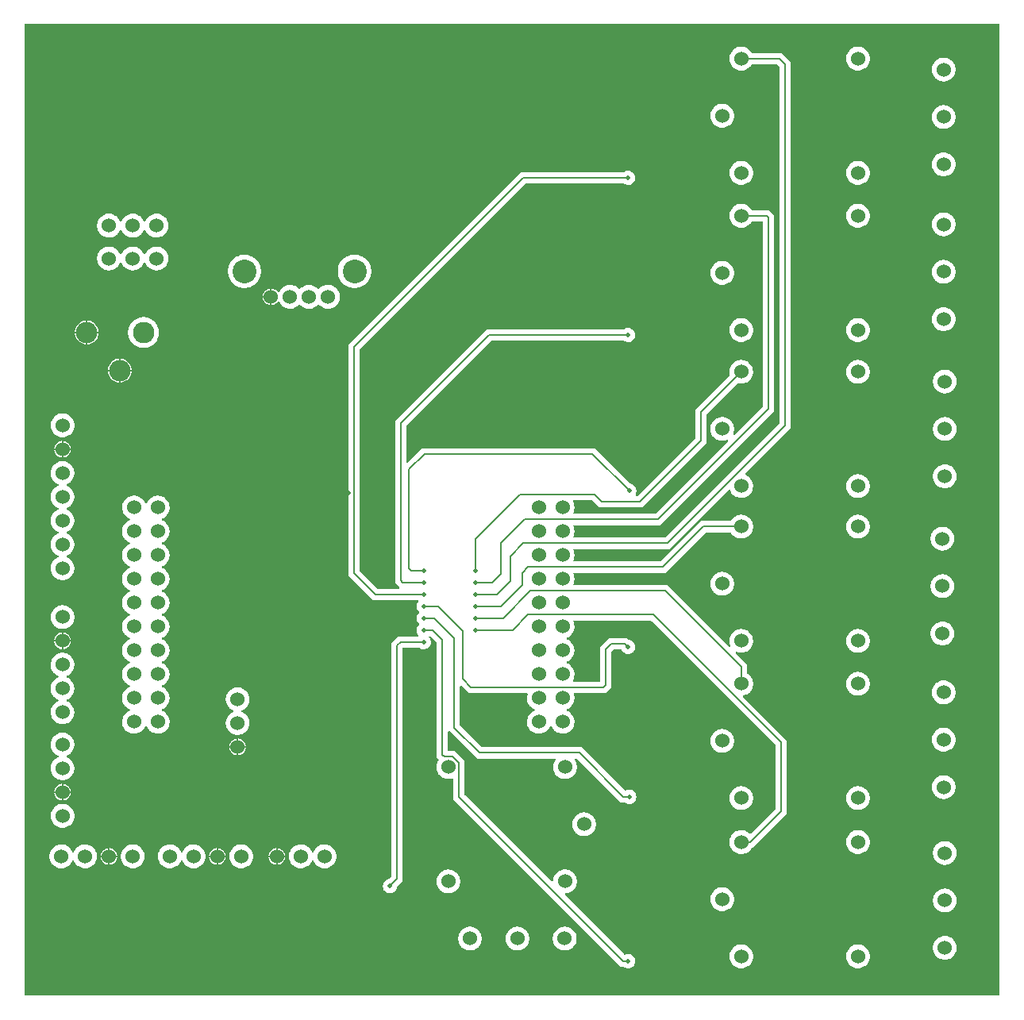
<source format=gbr>
G04 CAM350 V10.0.1 (Build 312) Date:  Thu Jul 28 16:14:56 2016 *
G04 Database: C:\arctmp\odbjob_v7\odbjob_v7.cam *
G04 Layer 4: bottom *
%FSLAX23Y23*%
%MOIN*%
%SFA1.000B1.000*%

%MIA0B0*%
%IPPOS*%
%ADD11C,0.00800*%
%ADD19C,0.10000*%
%ADD24C,0.02000*%
%ADD27C,0.06000*%
%ADD28C,0.00500*%
%ADD32C,0.09000*%
%LNbottom*%
%LPD*%
G36*
X18735Y5800D02*
G01X14640D01*
Y9880*
X18735*
Y5800*
G37*
%LPC*%
G36*
X16520Y5991D02*
G01X16526Y5992D01*
X16532Y5995*
X16538Y5998*
X16543Y6001*
X16547Y6006*
X16551Y6011*
X16555Y6016*
X16558Y6022*
X16559Y6028*
X16561Y6034*
Y6040*
Y6046*
X16559Y6052*
X16558Y6058*
X16555Y6064*
X16551Y6069*
X16547Y6074*
X16543Y6079*
X16538Y6082*
X16532Y6085*
X16526Y6088*
X16520Y6089*
X16514Y6090*
X16508*
X16502Y6089*
X16496Y6088*
X16490Y6085*
X16484Y6082*
X16479Y6079*
X16475Y6074*
X16471Y6069*
X16467Y6064*
X16464Y6058*
X16463Y6052*
X16461Y6046*
Y6040*
Y6034*
X16463Y6028*
X16464Y6022*
X16467Y6016*
X16471Y6011*
X16475Y6006*
X16479Y6001*
X16484Y5998*
X16490Y5995*
X16496Y5992*
X16502Y5991*
X16508Y5990*
X16514*
X16520Y5991*
G37*
G36*
X16719D02*
G01X16725Y5992D01*
X16731Y5995*
X16737Y5998*
X16742Y6001*
X16746Y6006*
X16750Y6011*
X16754Y6016*
X16757Y6022*
X16758Y6028*
X16760Y6034*
Y6040*
Y6046*
X16758Y6052*
X16757Y6058*
X16754Y6064*
X16750Y6069*
X16746Y6074*
X16742Y6079*
X16737Y6082*
X16731Y6085*
X16725Y6088*
X16719Y6089*
X16713Y6090*
X16707*
X16701Y6089*
X16695Y6088*
X16689Y6085*
X16683Y6082*
X16678Y6079*
X16674Y6074*
X16670Y6069*
X16666Y6064*
X16663Y6058*
X16662Y6052*
X16660Y6046*
Y6040*
Y6034*
X16662Y6028*
X16663Y6022*
X16666Y6016*
X16670Y6011*
X16674Y6006*
X16678Y6001*
X16683Y5998*
X16689Y5995*
X16695Y5992*
X16701Y5991*
X16707Y5990*
X16713*
X16719Y5991*
G37*
G36*
X16918D02*
G01X16924Y5992D01*
X16930Y5995*
X16936Y5998*
X16941Y6001*
X16945Y6006*
X16949Y6011*
X16953Y6016*
X16956Y6022*
X16957Y6028*
X16959Y6034*
Y6040*
Y6046*
X16957Y6052*
X16956Y6058*
X16953Y6064*
X16949Y6069*
X16945Y6074*
X16941Y6079*
X16936Y6082*
X16930Y6085*
X16924Y6088*
X16918Y6089*
X16912Y6090*
X16906*
X16900Y6089*
X16894Y6088*
X16888Y6085*
X16882Y6082*
X16877Y6079*
X16873Y6074*
X16869Y6069*
X16865Y6064*
X16862Y6058*
X16861Y6052*
X16859Y6046*
Y6040*
Y6034*
X16861Y6028*
X16862Y6022*
X16865Y6016*
X16869Y6011*
X16873Y6006*
X16877Y6001*
X16882Y5998*
X16888Y5995*
X16894Y5992*
X16900Y5991*
X16906Y5990*
X16912*
X16918Y5991*
G37*
G36*
X16429Y6231D02*
G01X16435Y6232D01*
X16441Y6235*
X16447Y6238*
X16452Y6241*
X16456Y6246*
X16460Y6251*
X16464Y6256*
X16467Y6262*
X16468Y6268*
X16470Y6274*
Y6280*
Y6286*
X16468Y6292*
X16467Y6298*
X16464Y6304*
X16460Y6309*
X16456Y6314*
X16452Y6319*
X16447Y6322*
X16441Y6325*
X16435Y6328*
X16429Y6329*
X16423Y6330*
X16417*
X16411Y6329*
X16405Y6328*
X16399Y6325*
X16393Y6322*
X16388Y6319*
X16384Y6314*
X16380Y6309*
X16376Y6304*
X16373Y6298*
X16372Y6292*
X16370Y6286*
Y6280*
Y6274*
X16372Y6268*
X16373Y6262*
X16376Y6256*
X16380Y6251*
X16384Y6246*
X16388Y6241*
X16393Y6238*
X16399Y6235*
X16405Y6232*
X16411Y6231*
X16417Y6230*
X16423*
X16429Y6231*
G37*
G36*
X14898Y6335D02*
G01X14905Y6336D01*
X14911Y6338*
X14917Y6340*
X14922Y6343*
X14927Y6347*
X14932Y6351*
X14936Y6356*
X14939Y6361*
X14942Y6367*
X14943Y6373*
X14945Y6379*
Y6385*
Y6391*
X14943Y6397*
X14942Y6403*
X14939Y6409*
X14936Y6414*
X14932Y6419*
X14927Y6423*
X14922Y6427*
X14917Y6430*
X14911Y6432*
X14905Y6434*
X14898Y6435*
X14892*
X14886Y6434*
X14880Y6433*
X14874Y6430*
X14869Y6427*
X14863Y6424*
X14859Y6420*
X14855Y6415*
X14851Y6410*
X14849Y6404*
X14848Y6403*
X14847Y6402*
X14845Y6401*
X14843Y6402*
X14842Y6403*
X14841Y6404*
X14839Y6410*
X14835Y6415*
X14831Y6420*
X14827Y6424*
X14821Y6427*
X14816Y6430*
X14810Y6433*
X14804Y6434*
X14798Y6435*
X14792*
X14785Y6434*
X14779Y6432*
X14773Y6430*
X14768Y6427*
X14763Y6423*
X14758Y6419*
X14754Y6414*
X14751Y6409*
X14748Y6403*
X14747Y6397*
X14745Y6391*
Y6385*
Y6379*
X14747Y6373*
X14748Y6367*
X14751Y6361*
X14754Y6356*
X14758Y6351*
X14763Y6347*
X14768Y6343*
X14773Y6340*
X14779Y6338*
X14785Y6336*
X14792Y6335*
X14798*
X14804Y6336*
X14810Y6337*
X14816Y6340*
X14821Y6343*
X14827Y6346*
X14831Y6350*
X14835Y6355*
X14839Y6360*
X14841Y6366*
X14842Y6367*
X14843Y6368*
X14845Y6369*
X14847Y6368*
X14848Y6367*
X14849Y6366*
X14851Y6360*
X14855Y6355*
X14859Y6350*
X14863Y6346*
X14869Y6343*
X14874Y6340*
X14880Y6337*
X14886Y6336*
X14892Y6335*
X14898*
G37*
G36*
X15003Y6351D02*
G01X15008Y6352D01*
X15013Y6355*
X15017Y6358*
X15021Y6361*
X15024Y6365*
X15027Y6370*
X15028Y6375*
X15030Y6380*
Y6385*
Y6390*
X15028Y6395*
X15027Y6400*
X15024Y6405*
X15021Y6409*
X15017Y6412*
X15013Y6415*
X15008Y6418*
X15003Y6419*
X14998Y6420*
X14992*
X14987Y6419*
X14982Y6418*
X14977Y6415*
X14973Y6412*
X14969Y6409*
X14966Y6405*
X14963Y6400*
X14962Y6395*
X14960Y6390*
Y6385*
Y6380*
X14962Y6375*
X14963Y6370*
X14966Y6365*
X14969Y6361*
X14973Y6358*
X14977Y6355*
X14982Y6352*
X14987Y6351*
X14992Y6350*
X14998*
X15003Y6351*
G37*
G36*
X15104Y6336D02*
G01X15110Y6337D01*
X15116Y6340*
X15122Y6343*
X15127Y6346*
X15131Y6351*
X15135Y6356*
X15139Y6361*
X15142Y6367*
X15143Y6373*
X15145Y6379*
Y6385*
Y6391*
X15143Y6397*
X15142Y6403*
X15139Y6409*
X15135Y6414*
X15131Y6419*
X15127Y6424*
X15122Y6427*
X15116Y6430*
X15110Y6433*
X15104Y6434*
X15098Y6435*
X15092*
X15086Y6434*
X15080Y6433*
X15074Y6430*
X15068Y6427*
X15063Y6424*
X15059Y6419*
X15055Y6414*
X15051Y6409*
X15048Y6403*
X15047Y6397*
X15045Y6391*
Y6385*
Y6379*
X15047Y6373*
X15048Y6367*
X15051Y6361*
X15055Y6356*
X15059Y6351*
X15063Y6346*
X15068Y6343*
X15074Y6340*
X15080Y6337*
X15086Y6336*
X15092Y6335*
X15098*
X15104Y6336*
G37*
G36*
X15353Y6335D02*
G01X15360Y6336D01*
X15366Y6338*
X15372Y6340*
X15377Y6343*
X15382Y6347*
X15387Y6351*
X15391Y6356*
X15394Y6361*
X15397Y6367*
X15398Y6373*
X15400Y6379*
Y6385*
Y6391*
X15398Y6397*
X15397Y6403*
X15394Y6409*
X15391Y6414*
X15387Y6419*
X15382Y6423*
X15377Y6427*
X15372Y6430*
X15366Y6432*
X15360Y6434*
X15353Y6435*
X15347*
X15341Y6434*
X15335Y6433*
X15329Y6430*
X15324Y6427*
X15318Y6424*
X15314Y6420*
X15310Y6415*
X15306Y6410*
X15304Y6404*
X15303Y6403*
X15302Y6402*
X15300Y6401*
X15298Y6402*
X15297Y6403*
X15296Y6404*
X15294Y6410*
X15290Y6415*
X15286Y6420*
X15282Y6424*
X15276Y6427*
X15271Y6430*
X15265Y6433*
X15259Y6434*
X15253Y6435*
X15247*
X15240Y6434*
X15234Y6432*
X15228Y6430*
X15223Y6427*
X15218Y6423*
X15213Y6419*
X15209Y6414*
X15206Y6409*
X15203Y6403*
X15202Y6397*
X15200Y6391*
Y6385*
Y6379*
X15202Y6373*
X15203Y6367*
X15206Y6361*
X15209Y6356*
X15213Y6351*
X15218Y6347*
X15223Y6343*
X15228Y6340*
X15234Y6338*
X15240Y6336*
X15247Y6335*
X15253*
X15259Y6336*
X15265Y6337*
X15271Y6340*
X15276Y6343*
X15282Y6346*
X15286Y6350*
X15290Y6355*
X15294Y6360*
X15296Y6366*
X15297Y6367*
X15298Y6368*
X15300Y6369*
X15302Y6368*
X15303Y6367*
X15304Y6366*
X15306Y6360*
X15310Y6355*
X15314Y6350*
X15318Y6346*
X15324Y6343*
X15329Y6340*
X15335Y6337*
X15341Y6336*
X15347Y6335*
X15353*
G37*
G36*
X15458Y6351D02*
G01X15463Y6352D01*
X15468Y6355*
X15472Y6358*
X15476Y6361*
X15479Y6365*
X15482Y6370*
X15483Y6375*
X15485Y6380*
Y6385*
Y6390*
X15483Y6395*
X15482Y6400*
X15479Y6405*
X15476Y6409*
X15472Y6412*
X15468Y6415*
X15463Y6418*
X15458Y6419*
X15453Y6420*
X15447*
X15442Y6419*
X15437Y6418*
X15432Y6415*
X15428Y6412*
X15424Y6409*
X15421Y6405*
X15418Y6400*
X15417Y6395*
X15415Y6390*
Y6385*
Y6380*
X15417Y6375*
X15418Y6370*
X15421Y6365*
X15424Y6361*
X15428Y6358*
X15432Y6355*
X15437Y6352*
X15442Y6351*
X15447Y6350*
X15453*
X15458Y6351*
G37*
G36*
X15559Y6336D02*
G01X15565Y6337D01*
X15571Y6340*
X15577Y6343*
X15582Y6346*
X15586Y6351*
X15590Y6356*
X15594Y6361*
X15597Y6367*
X15598Y6373*
X15600Y6379*
Y6385*
Y6391*
X15598Y6397*
X15597Y6403*
X15594Y6409*
X15590Y6414*
X15586Y6419*
X15582Y6424*
X15577Y6427*
X15571Y6430*
X15565Y6433*
X15559Y6434*
X15553Y6435*
X15547*
X15541Y6434*
X15535Y6433*
X15529Y6430*
X15523Y6427*
X15518Y6424*
X15514Y6419*
X15510Y6414*
X15506Y6409*
X15503Y6403*
X15502Y6397*
X15500Y6391*
Y6385*
Y6379*
X15502Y6373*
X15503Y6367*
X15506Y6361*
X15510Y6356*
X15514Y6351*
X15518Y6346*
X15523Y6343*
X15529Y6340*
X15535Y6337*
X15541Y6336*
X15547Y6335*
X15553*
X15559Y6336*
G37*
G36*
X15708Y6351D02*
G01X15713Y6352D01*
X15718Y6355*
X15722Y6358*
X15726Y6361*
X15729Y6365*
X15732Y6370*
X15733Y6375*
X15735Y6380*
Y6385*
Y6390*
X15733Y6395*
X15732Y6400*
X15729Y6405*
X15726Y6409*
X15722Y6412*
X15718Y6415*
X15713Y6418*
X15708Y6419*
X15703Y6420*
X15697*
X15692Y6419*
X15687Y6418*
X15682Y6415*
X15678Y6412*
X15674Y6409*
X15671Y6405*
X15668Y6400*
X15667Y6395*
X15665Y6390*
Y6385*
Y6380*
X15667Y6375*
X15668Y6370*
X15671Y6365*
X15674Y6361*
X15678Y6358*
X15682Y6355*
X15687Y6352*
X15692Y6351*
X15697Y6350*
X15703*
X15708Y6351*
G37*
G36*
X15903Y6335D02*
G01X15910Y6336D01*
X15916Y6338*
X15922Y6340*
X15927Y6343*
X15932Y6347*
X15937Y6351*
X15941Y6356*
X15944Y6361*
X15947Y6367*
X15948Y6373*
X15950Y6379*
Y6385*
Y6391*
X15948Y6397*
X15947Y6403*
X15944Y6409*
X15941Y6414*
X15937Y6419*
X15932Y6423*
X15927Y6427*
X15922Y6430*
X15916Y6432*
X15910Y6434*
X15903Y6435*
X15897*
X15891Y6434*
X15885Y6433*
X15879Y6430*
X15874Y6427*
X15868Y6424*
X15864Y6420*
X15860Y6415*
X15856Y6410*
X15854Y6404*
X15853Y6403*
X15852Y6402*
X15850Y6401*
X15848Y6402*
X15847Y6403*
X15846Y6404*
X15844Y6410*
X15840Y6415*
X15836Y6420*
X15832Y6424*
X15826Y6427*
X15821Y6430*
X15815Y6433*
X15809Y6434*
X15803Y6435*
X15797*
X15790Y6434*
X15784Y6432*
X15778Y6430*
X15773Y6427*
X15768Y6423*
X15763Y6419*
X15759Y6414*
X15756Y6409*
X15753Y6403*
X15752Y6397*
X15750Y6391*
Y6385*
Y6379*
X15752Y6373*
X15753Y6367*
X15756Y6361*
X15759Y6356*
X15763Y6351*
X15768Y6347*
X15773Y6343*
X15778Y6340*
X15784Y6338*
X15790Y6336*
X15797Y6335*
X15803*
X15809Y6336*
X15815Y6337*
X15821Y6340*
X15826Y6343*
X15832Y6346*
X15836Y6350*
X15840Y6355*
X15844Y6360*
X15846Y6366*
X15847Y6367*
X15848Y6368*
X15850Y6369*
X15852Y6368*
X15853Y6367*
X15854Y6366*
X15856Y6360*
X15860Y6355*
X15864Y6350*
X15868Y6346*
X15874Y6343*
X15879Y6340*
X15885Y6337*
X15891Y6336*
X15897Y6335*
X15903*
G37*
G36*
X16999Y6471D02*
G01X17005Y6472D01*
X17011Y6475*
X17017Y6478*
X17022Y6481*
X17026Y6486*
X17030Y6491*
X17034Y6496*
X17037Y6502*
X17038Y6508*
X17040Y6514*
Y6520*
Y6526*
X17038Y6532*
X17037Y6538*
X17034Y6544*
X17030Y6549*
X17026Y6554*
X17022Y6559*
X17017Y6562*
X17011Y6565*
X17005Y6568*
X16999Y6569*
X16993Y6570*
X16987*
X16981Y6569*
X16975Y6568*
X16969Y6565*
X16963Y6562*
X16958Y6559*
X16954Y6554*
X16950Y6549*
X16946Y6544*
X16943Y6538*
X16942Y6532*
X16940Y6526*
Y6520*
Y6514*
X16942Y6508*
X16943Y6502*
X16946Y6496*
X16950Y6491*
X16954Y6486*
X16958Y6481*
X16963Y6478*
X16969Y6475*
X16975Y6472*
X16981Y6471*
X16987Y6470*
X16993*
X16999Y6471*
G37*
G36*
X14809Y6506D02*
G01X14815Y6507D01*
X14821Y6510*
X14827Y6513*
X14832Y6516*
X14836Y6521*
X14840Y6526*
X14844Y6531*
X14847Y6537*
X14848Y6543*
X14850Y6549*
Y6555*
Y6561*
X14848Y6567*
X14847Y6573*
X14844Y6579*
X14840Y6584*
X14836Y6589*
X14832Y6594*
X14827Y6597*
X14821Y6600*
X14815Y6603*
X14809Y6604*
X14803Y6605*
X14797*
X14791Y6604*
X14785Y6603*
X14779Y6600*
X14773Y6597*
X14768Y6594*
X14764Y6589*
X14760Y6584*
X14756Y6579*
X14753Y6573*
X14752Y6567*
X14750Y6561*
Y6555*
Y6549*
X14752Y6543*
X14753Y6537*
X14756Y6531*
X14760Y6526*
X14764Y6521*
X14768Y6516*
X14773Y6513*
X14779Y6510*
X14785Y6507*
X14791Y6506*
X14797Y6505*
X14803*
X14809Y6506*
G37*
G36*
X17659Y6581D02*
G01X17665Y6582D01*
X17671Y6585*
X17677Y6588*
X17682Y6591*
X17686Y6596*
X17690Y6601*
X17694Y6606*
X17697Y6612*
X17698Y6618*
X17700Y6624*
Y6630*
Y6636*
X17698Y6642*
X17697Y6648*
X17694Y6654*
X17690Y6659*
X17686Y6664*
X17682Y6669*
X17677Y6672*
X17671Y6675*
X17665Y6678*
X17659Y6679*
X17653Y6680*
X17647*
X17641Y6679*
X17635Y6678*
X17629Y6675*
X17623Y6672*
X17618Y6669*
X17614Y6664*
X17610Y6659*
X17606Y6654*
X17603Y6648*
X17602Y6642*
X17600Y6636*
Y6630*
Y6624*
X17602Y6618*
X17603Y6612*
X17606Y6606*
X17610Y6601*
X17614Y6596*
X17618Y6591*
X17623Y6588*
X17629Y6585*
X17635Y6582*
X17641Y6581*
X17647Y6580*
X17653*
X17659Y6581*
G37*
G36*
X14808Y6621D02*
G01X14813Y6622D01*
X14818Y6625*
X14822Y6628*
X14826Y6631*
X14829Y6635*
X14832Y6640*
X14833Y6645*
X14835Y6650*
Y6655*
Y6660*
X14833Y6665*
X14832Y6670*
X14829Y6675*
X14826Y6679*
X14822Y6682*
X14818Y6685*
X14813Y6688*
X14808Y6689*
X14803Y6690*
X14797*
X14792Y6689*
X14787Y6688*
X14782Y6685*
X14778Y6682*
X14774Y6679*
X14771Y6675*
X14768Y6670*
X14767Y6665*
X14765Y6660*
Y6655*
Y6650*
X14767Y6645*
X14768Y6640*
X14771Y6635*
X14774Y6631*
X14778Y6628*
X14782Y6625*
X14787Y6622*
X14792Y6621*
X14797Y6620*
X14803*
X14808Y6621*
G37*
G36*
X14806Y6705D02*
G01X14812Y6707D01*
X14818Y6708*
X14824Y6711*
X14829Y6714*
X14834Y6718*
X14838Y6723*
X14842Y6728*
X14845Y6733*
X14847Y6739*
X14849Y6745*
X14850Y6752*
Y6758*
X14849Y6764*
X14848Y6770*
X14845Y6776*
X14842Y6781*
X14839Y6787*
X14835Y6791*
X14830Y6795*
X14825Y6799*
X14819Y6801*
X14818Y6802*
X14817Y6803*
X14816Y6805*
X14817Y6807*
X14818Y6808*
X14819Y6809*
X14825Y6811*
X14830Y6815*
X14835Y6819*
X14839Y6823*
X14842Y6829*
X14845Y6834*
X14848Y6840*
X14849Y6846*
X14850Y6852*
Y6858*
X14849Y6865*
X14847Y6871*
X14845Y6877*
X14842Y6882*
X14838Y6887*
X14834Y6892*
X14829Y6896*
X14824Y6899*
X14818Y6902*
X14812Y6903*
X14806Y6905*
X14800*
X14794*
X14788Y6903*
X14782Y6902*
X14776Y6899*
X14771Y6896*
X14766Y6892*
X14762Y6887*
X14758Y6882*
X14755Y6877*
X14753Y6871*
X14751Y6865*
X14750Y6858*
Y6852*
X14751Y6846*
X14752Y6840*
X14755Y6834*
X14758Y6829*
X14761Y6823*
X14765Y6819*
X14770Y6815*
X14775Y6811*
X14781Y6809*
X14782Y6808*
X14783Y6807*
X14784Y6805*
X14783Y6803*
X14782Y6802*
X14781Y6801*
X14775Y6799*
X14770Y6795*
X14765Y6791*
X14761Y6787*
X14758Y6781*
X14755Y6776*
X14752Y6770*
X14751Y6764*
X14750Y6758*
Y6752*
X14751Y6745*
X14753Y6739*
X14755Y6733*
X14758Y6728*
X14762Y6723*
X14766Y6718*
X14771Y6714*
X14776Y6711*
X14782Y6708*
X14788Y6707*
X14794Y6705*
X14800*
X14806*
G37*
G36*
X15543Y6811D02*
G01X15548Y6812D01*
X15553Y6815*
X15557Y6818*
X15561Y6821*
X15564Y6825*
X15567Y6830*
X15568Y6835*
X15570Y6840*
Y6845*
Y6850*
X15568Y6855*
X15567Y6860*
X15564Y6865*
X15561Y6869*
X15557Y6872*
X15553Y6875*
X15548Y6878*
X15543Y6879*
X15538Y6880*
X15532*
X15527Y6879*
X15522Y6878*
X15517Y6875*
X15513Y6872*
X15509Y6869*
X15506Y6865*
X15503Y6860*
X15502Y6855*
X15500Y6850*
Y6845*
Y6840*
X15502Y6835*
X15503Y6830*
X15506Y6825*
X15509Y6821*
X15513Y6818*
X15517Y6815*
X15522Y6812*
X15527Y6811*
X15532Y6810*
X15538*
X15543Y6811*
G37*
G36*
X17579Y6821D02*
G01X17585Y6822D01*
X17591Y6825*
X17597Y6828*
X17602Y6831*
X17606Y6836*
X17610Y6841*
X17614Y6846*
X17617Y6852*
X17618Y6858*
X17620Y6864*
Y6870*
Y6876*
X17618Y6882*
X17617Y6888*
X17614Y6894*
X17610Y6899*
X17606Y6904*
X17602Y6909*
X17597Y6912*
X17591Y6915*
X17585Y6918*
X17579Y6919*
X17573Y6920*
X17567*
X17561Y6919*
X17555Y6918*
X17549Y6915*
X17543Y6912*
X17538Y6909*
X17534Y6904*
X17530Y6899*
X17526Y6894*
X17523Y6888*
X17522Y6882*
X17520Y6876*
Y6870*
Y6864*
X17522Y6858*
X17523Y6852*
X17526Y6846*
X17530Y6841*
X17534Y6836*
X17538Y6831*
X17543Y6828*
X17549Y6825*
X17555Y6822*
X17561Y6821*
X17567Y6820*
X17573*
X17579Y6821*
G37*
G36*
X14806Y6940D02*
G01X14812Y6942D01*
X14818Y6943*
X14824Y6946*
X14829Y6949*
X14834Y6953*
X14838Y6958*
X14842Y6963*
X14845Y6968*
X14847Y6974*
X14849Y6980*
X14850Y6987*
Y6993*
X14849Y6999*
X14848Y7005*
X14845Y7011*
X14842Y7016*
X14839Y7022*
X14835Y7026*
X14830Y7030*
X14825Y7034*
X14819Y7036*
X14818Y7037*
X14817Y7038*
X14816Y7040*
X14817Y7042*
X14818Y7043*
X14819Y7044*
X14825Y7046*
X14830Y7050*
X14835Y7054*
X14839Y7058*
X14842Y7063*
X14845Y7069*
X14848Y7075*
X14849Y7081*
X14850Y7087*
Y7093*
X14849Y7099*
X14848Y7105*
X14845Y7111*
X14842Y7117*
X14839Y7122*
X14835Y7126*
X14830Y7130*
X14825Y7134*
X14819Y7136*
X14818Y7137*
X14817Y7138*
X14816Y7140*
X14817Y7142*
X14818Y7143*
X14819Y7144*
X14825Y7146*
X14830Y7150*
X14835Y7154*
X14839Y7158*
X14842Y7164*
X14845Y7169*
X14848Y7175*
X14849Y7181*
X14850Y7187*
Y7193*
X14849Y7200*
X14847Y7206*
X14845Y7212*
X14842Y7217*
X14838Y7222*
X14834Y7227*
X14829Y7231*
X14824Y7234*
X14818Y7237*
X14812Y7238*
X14806Y7240*
X14800*
X14794*
X14788Y7238*
X14782Y7237*
X14776Y7234*
X14771Y7231*
X14766Y7227*
X14762Y7222*
X14758Y7217*
X14755Y7212*
X14753Y7206*
X14751Y7200*
X14750Y7193*
Y7187*
X14751Y7181*
X14752Y7175*
X14755Y7169*
X14758Y7164*
X14761Y7158*
X14765Y7154*
X14770Y7150*
X14775Y7146*
X14781Y7144*
X14782Y7143*
X14783Y7142*
X14784Y7140*
X14783Y7138*
X14782Y7137*
X14781Y7136*
X14775Y7134*
X14770Y7130*
X14765Y7126*
X14761Y7122*
X14758Y7117*
X14755Y7111*
X14752Y7105*
X14751Y7099*
X14750Y7093*
Y7087*
X14751Y7081*
X14752Y7075*
X14755Y7069*
X14758Y7063*
X14761Y7058*
X14765Y7054*
X14770Y7050*
X14775Y7046*
X14781Y7044*
X14782Y7043*
X14783Y7042*
X14784Y7040*
X14783Y7038*
X14782Y7037*
X14781Y7036*
X14775Y7034*
X14770Y7030*
X14765Y7026*
X14761Y7022*
X14758Y7016*
X14755Y7011*
X14752Y7005*
X14751Y6999*
X14750Y6993*
Y6987*
X14751Y6980*
X14753Y6974*
X14755Y6968*
X14758Y6963*
X14762Y6958*
X14766Y6953*
X14771Y6949*
X14776Y6946*
X14782Y6943*
X14788Y6942*
X14794Y6940*
X14800*
X14806*
G37*
G36*
X14808Y7256D02*
G01X14813Y7257D01*
X14818Y7260*
X14822Y7263*
X14826Y7266*
X14829Y7270*
X14832Y7275*
X14833Y7280*
X14835Y7285*
Y7290*
Y7295*
X14833Y7300*
X14832Y7305*
X14829Y7310*
X14826Y7314*
X14822Y7317*
X14818Y7320*
X14813Y7323*
X14808Y7324*
X14803Y7325*
X14797*
X14792Y7324*
X14787Y7323*
X14782Y7320*
X14778Y7317*
X14774Y7314*
X14771Y7310*
X14768Y7305*
X14767Y7300*
X14765Y7295*
Y7290*
Y7285*
X14767Y7280*
X14768Y7275*
X14771Y7270*
X14774Y7266*
X14778Y7263*
X14782Y7260*
X14787Y7257*
X14792Y7256*
X14797Y7255*
X14803*
X14808Y7256*
G37*
G36*
X14809Y7341D02*
G01X14815Y7342D01*
X14821Y7345*
X14827Y7348*
X14832Y7351*
X14836Y7356*
X14840Y7361*
X14844Y7366*
X14847Y7372*
X14848Y7378*
X14850Y7384*
Y7390*
Y7396*
X14848Y7402*
X14847Y7408*
X14844Y7414*
X14840Y7419*
X14836Y7424*
X14832Y7429*
X14827Y7432*
X14821Y7435*
X14815Y7438*
X14809Y7439*
X14803Y7440*
X14797*
X14791Y7439*
X14785Y7438*
X14779Y7435*
X14773Y7432*
X14768Y7429*
X14764Y7424*
X14760Y7419*
X14756Y7414*
X14753Y7408*
X14752Y7402*
X14750Y7396*
Y7390*
Y7384*
X14752Y7378*
X14753Y7372*
X14756Y7366*
X14760Y7361*
X14764Y7356*
X14768Y7351*
X14773Y7348*
X14779Y7345*
X14785Y7342*
X14791Y7341*
X14797Y7340*
X14803*
X14809Y7341*
G37*
G36*
X14806Y7545D02*
G01X14812Y7547D01*
X14818Y7548*
X14824Y7551*
X14829Y7554*
X14834Y7558*
X14838Y7563*
X14842Y7568*
X14845Y7573*
X14847Y7579*
X14849Y7585*
X14850Y7592*
Y7598*
X14849Y7604*
X14848Y7610*
X14845Y7616*
X14842Y7621*
X14839Y7627*
X14835Y7631*
X14830Y7635*
X14825Y7639*
X14819Y7641*
X14818Y7642*
X14817Y7643*
X14816Y7645*
X14817Y7647*
X14818Y7648*
X14819Y7649*
X14825Y7651*
X14830Y7655*
X14835Y7659*
X14839Y7663*
X14842Y7668*
X14845Y7674*
X14848Y7680*
X14849Y7686*
X14850Y7692*
Y7698*
X14849Y7704*
X14848Y7710*
X14845Y7716*
X14842Y7722*
X14839Y7727*
X14835Y7731*
X14830Y7735*
X14825Y7739*
X14819Y7741*
X14818Y7742*
X14817Y7743*
X14816Y7745*
X14817Y7747*
X14818Y7748*
X14819Y7749*
X14825Y7751*
X14830Y7755*
X14835Y7759*
X14839Y7763*
X14842Y7768*
X14845Y7774*
X14848Y7780*
X14849Y7786*
X14850Y7792*
Y7798*
X14849Y7804*
X14848Y7810*
X14845Y7816*
X14842Y7822*
X14839Y7827*
X14835Y7831*
X14830Y7835*
X14825Y7839*
X14819Y7841*
X14818Y7842*
X14817Y7843*
X14816Y7845*
X14817Y7847*
X14818Y7848*
X14819Y7849*
X14825Y7851*
X14830Y7855*
X14835Y7859*
X14839Y7863*
X14842Y7868*
X14845Y7874*
X14848Y7880*
X14849Y7886*
X14850Y7892*
Y7898*
X14849Y7904*
X14848Y7910*
X14845Y7916*
X14842Y7922*
X14839Y7927*
X14835Y7931*
X14830Y7935*
X14825Y7939*
X14819Y7941*
X14818Y7942*
X14817Y7943*
X14816Y7945*
X14817Y7947*
X14818Y7948*
X14819Y7949*
X14825Y7951*
X14830Y7955*
X14835Y7959*
X14839Y7963*
X14842Y7969*
X14845Y7974*
X14848Y7980*
X14849Y7986*
X14850Y7992*
Y7998*
X14849Y8005*
X14847Y8011*
X14845Y8017*
X14842Y8022*
X14838Y8027*
X14834Y8032*
X14829Y8036*
X14824Y8039*
X14818Y8042*
X14812Y8043*
X14806Y8045*
X14800*
X14794*
X14788Y8043*
X14782Y8042*
X14776Y8039*
X14771Y8036*
X14766Y8032*
X14762Y8027*
X14758Y8022*
X14755Y8017*
X14753Y8011*
X14751Y8005*
X14750Y7998*
Y7992*
X14751Y7986*
X14752Y7980*
X14755Y7974*
X14758Y7969*
X14761Y7963*
X14765Y7959*
X14770Y7955*
X14775Y7951*
X14781Y7949*
X14782Y7948*
X14783Y7947*
X14784Y7945*
X14783Y7943*
X14782Y7942*
X14781Y7941*
X14775Y7939*
X14770Y7935*
X14765Y7931*
X14761Y7927*
X14758Y7922*
X14755Y7916*
X14752Y7910*
X14751Y7904*
X14750Y7898*
Y7892*
X14751Y7886*
X14752Y7880*
X14755Y7874*
X14758Y7868*
X14761Y7863*
X14765Y7859*
X14770Y7855*
X14775Y7851*
X14781Y7849*
X14782Y7848*
X14783Y7847*
X14784Y7845*
X14783Y7843*
X14782Y7842*
X14781Y7841*
X14775Y7839*
X14770Y7835*
X14765Y7831*
X14761Y7827*
X14758Y7822*
X14755Y7816*
X14752Y7810*
X14751Y7804*
X14750Y7798*
Y7792*
X14751Y7786*
X14752Y7780*
X14755Y7774*
X14758Y7768*
X14761Y7763*
X14765Y7759*
X14770Y7755*
X14775Y7751*
X14781Y7749*
X14782Y7748*
X14783Y7747*
X14784Y7745*
X14783Y7743*
X14782Y7742*
X14781Y7741*
X14775Y7739*
X14770Y7735*
X14765Y7731*
X14761Y7727*
X14758Y7722*
X14755Y7716*
X14752Y7710*
X14751Y7704*
X14750Y7698*
Y7692*
X14751Y7686*
X14752Y7680*
X14755Y7674*
X14758Y7668*
X14761Y7663*
X14765Y7659*
X14770Y7655*
X14775Y7651*
X14781Y7649*
X14782Y7648*
X14783Y7647*
X14784Y7645*
X14783Y7643*
X14782Y7642*
X14781Y7641*
X14775Y7639*
X14770Y7635*
X14765Y7631*
X14761Y7627*
X14758Y7621*
X14755Y7616*
X14752Y7610*
X14751Y7604*
X14750Y7598*
Y7592*
X14751Y7585*
X14753Y7579*
X14755Y7573*
X14758Y7568*
X14762Y7563*
X14766Y7558*
X14771Y7554*
X14776Y7551*
X14782Y7548*
X14788Y7547*
X14794Y7545*
X14800*
X14806*
G37*
G36*
X15208Y6901D02*
G01X15214Y6902D01*
X15220Y6904*
X15226Y6907*
X15231Y6911*
X15235Y6915*
X15239Y6919*
X15243Y6924*
X15246Y6930*
X15248Y6936*
X15249Y6942*
X15250Y6948*
Y6954*
X15249Y6960*
X15247Y6966*
X15245Y6972*
X15242Y6977*
X15239Y6982*
X15234Y6986*
X15230Y6990*
X15224Y6994*
X15219Y6996*
X15218Y6997*
X15217Y6998*
X15216Y7000*
X15217Y7002*
X15218Y7003*
X15219Y7004*
X15225Y7006*
X15230Y7010*
X15235Y7014*
X15239Y7018*
X15242Y7023*
X15245Y7029*
X15248Y7035*
X15249Y7041*
X15250Y7047*
Y7053*
X15249Y7059*
X15248Y7065*
X15245Y7071*
X15242Y7077*
X15239Y7082*
X15235Y7086*
X15230Y7090*
X15225Y7094*
X15219Y7096*
X15218Y7097*
X15217Y7098*
X15216Y7100*
X15217Y7102*
X15218Y7103*
X15219Y7104*
X15225Y7106*
X15230Y7110*
X15235Y7114*
X15239Y7118*
X15242Y7123*
X15245Y7129*
X15248Y7135*
X15249Y7141*
X15250Y7147*
Y7153*
X15249Y7159*
X15248Y7165*
X15245Y7171*
X15242Y7177*
X15239Y7182*
X15235Y7186*
X15230Y7190*
X15225Y7194*
X15219Y7196*
X15218Y7197*
X15217Y7198*
X15216Y7200*
X15217Y7202*
X15218Y7203*
X15219Y7204*
X15225Y7206*
X15230Y7210*
X15235Y7214*
X15239Y7218*
X15242Y7223*
X15245Y7229*
X15248Y7235*
X15249Y7241*
X15250Y7247*
Y7253*
X15249Y7259*
X15248Y7265*
X15245Y7271*
X15242Y7277*
X15239Y7282*
X15235Y7286*
X15230Y7290*
X15225Y7294*
X15219Y7296*
X15218Y7297*
X15217Y7298*
X15216Y7300*
X15217Y7302*
X15218Y7303*
X15219Y7304*
X15225Y7306*
X15230Y7310*
X15235Y7314*
X15239Y7318*
X15242Y7323*
X15245Y7329*
X15248Y7335*
X15249Y7341*
X15250Y7347*
Y7353*
X15249Y7359*
X15248Y7365*
X15245Y7371*
X15242Y7377*
X15239Y7382*
X15235Y7386*
X15230Y7390*
X15225Y7394*
X15219Y7396*
X15218Y7397*
X15217Y7398*
X15216Y7400*
X15217Y7402*
X15218Y7403*
X15219Y7404*
X15225Y7406*
X15230Y7410*
X15235Y7414*
X15239Y7418*
X15242Y7423*
X15245Y7429*
X15248Y7435*
X15249Y7441*
X15250Y7447*
Y7453*
X15249Y7459*
X15248Y7465*
X15245Y7471*
X15242Y7477*
X15239Y7482*
X15235Y7486*
X15230Y7490*
X15225Y7494*
X15219Y7496*
X15218Y7497*
X15217Y7498*
X15216Y7500*
X15217Y7502*
X15218Y7503*
X15219Y7504*
X15225Y7506*
X15230Y7510*
X15235Y7514*
X15239Y7518*
X15242Y7523*
X15245Y7529*
X15248Y7535*
X15249Y7541*
X15250Y7547*
Y7553*
X15249Y7559*
X15248Y7565*
X15245Y7571*
X15242Y7577*
X15239Y7582*
X15235Y7586*
X15230Y7590*
X15225Y7594*
X15219Y7596*
X15218Y7597*
X15217Y7598*
X15216Y7600*
X15217Y7602*
X15218Y7603*
X15219Y7604*
X15225Y7606*
X15230Y7610*
X15235Y7614*
X15239Y7618*
X15242Y7623*
X15245Y7629*
X15248Y7635*
X15249Y7641*
X15250Y7647*
Y7653*
X15249Y7659*
X15248Y7665*
X15245Y7671*
X15242Y7677*
X15239Y7682*
X15235Y7686*
X15230Y7690*
X15225Y7694*
X15219Y7696*
X15218Y7697*
X15217Y7698*
X15216Y7700*
X15217Y7702*
X15218Y7703*
X15219Y7704*
X15225Y7706*
X15230Y7710*
X15235Y7714*
X15239Y7718*
X15242Y7723*
X15245Y7729*
X15248Y7735*
X15249Y7741*
X15250Y7747*
Y7753*
X15249Y7759*
X15248Y7765*
X15245Y7771*
X15242Y7777*
X15239Y7782*
X15235Y7786*
X15230Y7790*
X15225Y7794*
X15219Y7796*
X15218Y7797*
X15217Y7798*
X15216Y7800*
X15217Y7802*
X15218Y7803*
X15219Y7804*
X15224Y7806*
X15230Y7810*
X15234Y7814*
X15239Y7818*
X15242Y7823*
X15245Y7828*
X15247Y7834*
X15249Y7840*
X15250Y7846*
Y7852*
X15249Y7858*
X15248Y7864*
X15246Y7870*
X15243Y7876*
X15239Y7881*
X15235Y7885*
X15231Y7889*
X15226Y7893*
X15220Y7896*
X15214Y7898*
X15208Y7899*
X15202Y7900*
X15196*
X15190Y7899*
X15184Y7897*
X15178Y7895*
X15173Y7892*
X15168Y7889*
X15164Y7884*
X15160Y7880*
X15156Y7874*
X15154Y7869*
X15153Y7868*
X15152Y7867*
X15150Y7866*
X15148Y7867*
X15147Y7868*
X15146Y7869*
X15144Y7874*
X15140Y7880*
X15136Y7884*
X15132Y7889*
X15127Y7892*
X15122Y7895*
X15116Y7897*
X15110Y7899*
X15104Y7900*
X15098*
X15092Y7899*
X15086Y7898*
X15080Y7896*
X15074Y7893*
X15069Y7889*
X15065Y7885*
X15061Y7881*
X15057Y7876*
X15054Y7870*
X15052Y7864*
X15051Y7858*
X15050Y7852*
Y7846*
X15051Y7840*
X15053Y7834*
X15055Y7828*
X15058Y7823*
X15061Y7818*
X15066Y7814*
X15070Y7810*
X15076Y7806*
X15081Y7804*
X15082Y7803*
X15083Y7802*
X15084Y7800*
X15083Y7798*
X15082Y7797*
X15081Y7796*
X15075Y7794*
X15070Y7790*
X15065Y7786*
X15061Y7782*
X15058Y7777*
X15055Y7771*
X15052Y7765*
X15051Y7759*
X15050Y7753*
Y7747*
X15051Y7741*
X15052Y7735*
X15055Y7729*
X15058Y7723*
X15061Y7718*
X15065Y7714*
X15070Y7710*
X15075Y7706*
X15081Y7704*
X15082Y7703*
X15083Y7702*
X15084Y7700*
X15083Y7698*
X15082Y7697*
X15081Y7696*
X15075Y7694*
X15070Y7690*
X15065Y7686*
X15061Y7682*
X15058Y7677*
X15055Y7671*
X15052Y7665*
X15051Y7659*
X15050Y7653*
Y7647*
X15051Y7641*
X15052Y7635*
X15055Y7629*
X15058Y7623*
X15061Y7618*
X15065Y7614*
X15070Y7610*
X15075Y7606*
X15081Y7604*
X15082Y7603*
X15083Y7602*
X15084Y7600*
X15083Y7598*
X15082Y7597*
X15081Y7596*
X15075Y7594*
X15070Y7590*
X15065Y7586*
X15061Y7582*
X15058Y7577*
X15055Y7571*
X15052Y7565*
X15051Y7559*
X15050Y7553*
Y7547*
X15051Y7541*
X15052Y7535*
X15055Y7529*
X15058Y7523*
X15061Y7518*
X15065Y7514*
X15070Y7510*
X15075Y7506*
X15081Y7504*
X15082Y7503*
X15083Y7502*
X15084Y7500*
X15083Y7498*
X15082Y7497*
X15081Y7496*
X15075Y7494*
X15070Y7490*
X15065Y7486*
X15061Y7482*
X15058Y7477*
X15055Y7471*
X15052Y7465*
X15051Y7459*
X15050Y7453*
Y7447*
X15051Y7441*
X15052Y7435*
X15055Y7429*
X15058Y7423*
X15061Y7418*
X15065Y7414*
X15070Y7410*
X15075Y7406*
X15081Y7404*
X15082Y7403*
X15083Y7402*
X15084Y7400*
X15083Y7398*
X15082Y7397*
X15081Y7396*
X15075Y7394*
X15070Y7390*
X15065Y7386*
X15061Y7382*
X15058Y7377*
X15055Y7371*
X15052Y7365*
X15051Y7359*
X15050Y7353*
Y7347*
X15051Y7341*
X15052Y7335*
X15055Y7329*
X15058Y7323*
X15061Y7318*
X15065Y7314*
X15070Y7310*
X15075Y7306*
X15081Y7304*
X15082Y7303*
X15083Y7302*
X15084Y7300*
X15083Y7298*
X15082Y7297*
X15081Y7296*
X15075Y7294*
X15070Y7290*
X15065Y7286*
X15061Y7282*
X15058Y7277*
X15055Y7271*
X15052Y7265*
X15051Y7259*
X15050Y7253*
Y7247*
X15051Y7241*
X15052Y7235*
X15055Y7229*
X15058Y7223*
X15061Y7218*
X15065Y7214*
X15070Y7210*
X15075Y7206*
X15081Y7204*
X15082Y7203*
X15083Y7202*
X15084Y7200*
X15083Y7198*
X15082Y7197*
X15081Y7196*
X15075Y7194*
X15070Y7190*
X15065Y7186*
X15061Y7182*
X15058Y7177*
X15055Y7171*
X15052Y7165*
X15051Y7159*
X15050Y7153*
Y7147*
X15051Y7141*
X15052Y7135*
X15055Y7129*
X15058Y7123*
X15061Y7118*
X15065Y7114*
X15070Y7110*
X15075Y7106*
X15081Y7104*
X15082Y7103*
X15083Y7102*
X15084Y7100*
X15083Y7098*
X15082Y7097*
X15081Y7096*
X15075Y7094*
X15070Y7090*
X15065Y7086*
X15061Y7082*
X15058Y7077*
X15055Y7071*
X15052Y7065*
X15051Y7059*
X15050Y7053*
Y7047*
X15051Y7041*
X15052Y7035*
X15055Y7029*
X15058Y7023*
X15061Y7018*
X15065Y7014*
X15070Y7010*
X15075Y7006*
X15081Y7004*
X15082Y7003*
X15083Y7002*
X15084Y7000*
X15083Y6998*
X15082Y6997*
X15081Y6996*
X15076Y6994*
X15070Y6990*
X15066Y6986*
X15061Y6982*
X15058Y6977*
X15055Y6972*
X15053Y6966*
X15051Y6960*
X15050Y6954*
Y6948*
X15051Y6942*
X15052Y6936*
X15054Y6930*
X15057Y6924*
X15061Y6919*
X15065Y6915*
X15069Y6911*
X15074Y6907*
X15080Y6904*
X15086Y6902*
X15092Y6901*
X15098Y6900*
X15104*
X15110Y6901*
X15116Y6903*
X15122Y6905*
X15127Y6908*
X15132Y6911*
X15136Y6916*
X15140Y6920*
X15144Y6926*
X15146Y6931*
X15147Y6932*
X15148Y6933*
X15150Y6934*
X15152Y6933*
X15153Y6932*
X15154Y6931*
X15156Y6926*
X15160Y6920*
X15164Y6916*
X15168Y6911*
X15173Y6908*
X15178Y6905*
X15184Y6903*
X15190Y6901*
X15196Y6900*
X15202*
X15208Y6901*
G37*
G36*
X15541Y6895D02*
G01X15547Y6897D01*
X15553Y6898*
X15559Y6901*
X15564Y6904*
X15569Y6908*
X15573Y6913*
X15577Y6918*
X15580Y6923*
X15582Y6929*
X15584Y6935*
X15585Y6942*
Y6948*
X15584Y6954*
X15583Y6960*
X15580Y6966*
X15577Y6971*
X15574Y6977*
X15570Y6981*
X15565Y6985*
X15560Y6989*
X15554Y6991*
X15553Y6992*
X15552Y6993*
X15551Y6995*
X15552Y6997*
X15553Y6998*
X15554Y6999*
X15560Y7001*
X15565Y7005*
X15570Y7009*
X15574Y7013*
X15577Y7019*
X15580Y7024*
X15583Y7030*
X15584Y7036*
X15585Y7042*
Y7048*
X15584Y7055*
X15582Y7061*
X15580Y7067*
X15577Y7072*
X15573Y7077*
X15569Y7082*
X15564Y7086*
X15559Y7089*
X15553Y7092*
X15547Y7093*
X15541Y7095*
X15535*
X15529*
X15523Y7093*
X15517Y7092*
X15511Y7089*
X15506Y7086*
X15501Y7082*
X15497Y7077*
X15493Y7072*
X15490Y7067*
X15488Y7061*
X15486Y7055*
X15485Y7048*
Y7042*
X15486Y7036*
X15487Y7030*
X15490Y7024*
X15493Y7019*
X15496Y7013*
X15500Y7009*
X15505Y7005*
X15510Y7001*
X15516Y6999*
X15517Y6998*
X15518Y6997*
X15519Y6995*
X15518Y6993*
X15517Y6992*
X15516Y6991*
X15510Y6989*
X15505Y6985*
X15500Y6981*
X15496Y6977*
X15493Y6971*
X15490Y6966*
X15487Y6960*
X15486Y6954*
X15485Y6948*
Y6942*
X15486Y6935*
X15488Y6929*
X15490Y6923*
X15493Y6918*
X15497Y6913*
X15501Y6908*
X15506Y6904*
X15511Y6901*
X15517Y6898*
X15523Y6897*
X15529Y6895*
X15535*
X15541*
G37*
G36*
X14808Y8061D02*
G01X14813Y8062D01*
X14818Y8065*
X14822Y8068*
X14826Y8071*
X14829Y8075*
X14832Y8080*
X14833Y8085*
X14835Y8090*
Y8095*
Y8100*
X14833Y8105*
X14832Y8110*
X14829Y8115*
X14826Y8119*
X14822Y8122*
X14818Y8125*
X14813Y8128*
X14808Y8129*
X14803Y8130*
X14797*
X14792Y8129*
X14787Y8128*
X14782Y8125*
X14778Y8122*
X14774Y8119*
X14771Y8115*
X14768Y8110*
X14767Y8105*
X14765Y8100*
Y8095*
Y8090*
X14767Y8085*
X14768Y8080*
X14771Y8075*
X14774Y8071*
X14778Y8068*
X14782Y8065*
X14787Y8062*
X14792Y8061*
X14797Y8060*
X14803*
X14808Y8061*
G37*
G36*
X14809Y8146D02*
G01X14815Y8147D01*
X14821Y8150*
X14827Y8153*
X14832Y8156*
X14836Y8161*
X14840Y8166*
X14844Y8171*
X14847Y8177*
X14848Y8183*
X14850Y8189*
Y8195*
Y8201*
X14848Y8207*
X14847Y8213*
X14844Y8219*
X14840Y8224*
X14836Y8229*
X14832Y8234*
X14827Y8237*
X14821Y8240*
X14815Y8243*
X14809Y8244*
X14803Y8245*
X14797*
X14791Y8244*
X14785Y8243*
X14779Y8240*
X14773Y8237*
X14768Y8234*
X14764Y8229*
X14760Y8224*
X14756Y8219*
X14753Y8213*
X14752Y8207*
X14750Y8201*
Y8195*
Y8189*
X14752Y8183*
X14753Y8177*
X14756Y8171*
X14760Y8166*
X14764Y8161*
X14768Y8156*
X14773Y8153*
X14779Y8150*
X14785Y8147*
X14791Y8146*
X14797Y8145*
X14803*
X14809Y8146*
G37*
G36*
X15049Y8376D02*
G01X15055Y8377D01*
X15061Y8380*
X15067Y8383*
X15072Y8386*
X15076Y8391*
X15080Y8396*
X15084Y8401*
X15087Y8407*
X15088Y8413*
X15090Y8419*
Y8425*
Y8431*
X15088Y8437*
X15087Y8443*
X15084Y8449*
X15080Y8454*
X15076Y8459*
X15072Y8464*
X15067Y8467*
X15061Y8470*
X15055Y8473*
X15049Y8474*
X15043Y8475*
X15037*
X15031Y8474*
X15025Y8473*
X15019Y8470*
X15013Y8467*
X15008Y8464*
X15004Y8459*
X15000Y8454*
X14996Y8449*
X14993Y8443*
X14992Y8437*
X14990Y8431*
Y8425*
Y8419*
X14992Y8413*
X14993Y8407*
X14996Y8401*
X15000Y8396*
X15004Y8391*
X15008Y8386*
X15013Y8383*
X15019Y8380*
X15025Y8377*
X15031Y8376*
X15037Y8375*
X15043*
X15049Y8376*
G37*
G36*
X14911Y8536D02*
G01X14917Y8537D01*
X14923Y8540*
X14929Y8543*
X14934Y8546*
X14938Y8551*
X14942Y8556*
X14946Y8561*
X14949Y8567*
X14950Y8573*
X14952Y8579*
Y8585*
Y8591*
X14950Y8597*
X14949Y8603*
X14946Y8609*
X14942Y8614*
X14938Y8619*
X14934Y8624*
X14929Y8627*
X14923Y8630*
X14917Y8633*
X14911Y8634*
X14905Y8635*
X14899*
X14893Y8634*
X14887Y8633*
X14881Y8630*
X14875Y8627*
X14870Y8624*
X14866Y8619*
X14862Y8614*
X14858Y8609*
X14855Y8603*
X14854Y8597*
X14852Y8591*
Y8585*
Y8579*
X14854Y8573*
X14855Y8567*
X14858Y8561*
X14862Y8556*
X14866Y8551*
X14870Y8546*
X14875Y8543*
X14881Y8540*
X14887Y8537*
X14893Y8536*
X14899Y8535*
X14905*
X14911Y8536*
G37*
G36*
X15151Y8521D02*
G01X15157Y8522D01*
X15164Y8525*
X15170Y8528*
X15176Y8531*
X15182Y8535*
X15187Y8540*
X15192Y8546*
X15196Y8551*
X15199Y8558*
X15202Y8564*
X15203Y8571*
X15205Y8578*
Y8585*
Y8592*
X15203Y8599*
X15202Y8606*
X15199Y8612*
X15196Y8619*
X15192Y8624*
X15187Y8630*
X15182Y8635*
X15176Y8639*
X15170Y8642*
X15164Y8645*
X15157Y8648*
X15151Y8649*
X15144Y8650*
X15136*
X15129Y8649*
X15123Y8648*
X15116Y8645*
X15110Y8642*
X15104Y8639*
X15098Y8635*
X15093Y8630*
X15088Y8624*
X15084Y8619*
X15081Y8612*
X15078Y8606*
X15077Y8599*
X15075Y8592*
Y8585*
Y8578*
X15077Y8571*
X15078Y8564*
X15081Y8558*
X15084Y8551*
X15088Y8546*
X15093Y8540*
X15098Y8535*
X15104Y8531*
X15110Y8528*
X15116Y8525*
X15123Y8522*
X15129Y8521*
X15136Y8520*
X15144*
X15151Y8521*
G37*
G36*
X17659Y8546D02*
G01X17665Y8547D01*
X17671Y8550*
X17677Y8553*
X17682Y8556*
X17686Y8561*
X17690Y8566*
X17694Y8571*
X17697Y8577*
X17698Y8583*
X17700Y8589*
Y8595*
Y8601*
X17698Y8607*
X17697Y8613*
X17694Y8619*
X17690Y8624*
X17686Y8629*
X17682Y8634*
X17677Y8637*
X17671Y8640*
X17665Y8643*
X17659Y8644*
X17653Y8645*
X17647*
X17641Y8644*
X17635Y8643*
X17629Y8640*
X17623Y8637*
X17618Y8634*
X17614Y8629*
X17610Y8624*
X17606Y8619*
X17603Y8613*
X17602Y8607*
X17600Y8601*
Y8595*
Y8589*
X17602Y8583*
X17603Y8577*
X17606Y8571*
X17610Y8566*
X17614Y8561*
X17618Y8556*
X17623Y8553*
X17629Y8550*
X17635Y8547*
X17641Y8546*
X17647Y8545*
X17653*
X17659Y8546*
G37*
G36*
X15198Y8846D02*
G01X15205Y8847D01*
X15211Y8849*
X15217Y8851*
X15222Y8854*
X15227Y8858*
X15232Y8862*
X15236Y8867*
X15239Y8872*
X15242Y8878*
X15243Y8884*
X15245Y8890*
Y8896*
Y8902*
X15243Y8908*
X15242Y8914*
X15239Y8920*
X15236Y8925*
X15232Y8930*
X15227Y8934*
X15222Y8938*
X15217Y8941*
X15211Y8943*
X15205Y8945*
X15198Y8946*
X15192*
X15186Y8945*
X15180Y8944*
X15174Y8941*
X15169Y8938*
X15163Y8935*
X15159Y8931*
X15155Y8926*
X15151Y8921*
X15149Y8915*
X15148Y8914*
X15147Y8913*
X15145Y8912*
X15143Y8913*
X15142Y8914*
X15141Y8915*
X15139Y8921*
X15135Y8926*
X15131Y8931*
X15127Y8935*
X15122Y8938*
X15116Y8941*
X15110Y8944*
X15104Y8945*
X15098Y8946*
X15092*
X15086Y8945*
X15080Y8944*
X15074Y8941*
X15068Y8938*
X15063Y8935*
X15059Y8931*
X15055Y8926*
X15051Y8921*
X15049Y8915*
X15048Y8914*
X15047Y8913*
X15045Y8912*
X15043Y8913*
X15042Y8914*
X15041Y8915*
X15039Y8921*
X15035Y8926*
X15031Y8931*
X15027Y8935*
X15021Y8938*
X15016Y8941*
X15010Y8944*
X15004Y8945*
X14998Y8946*
X14992*
X14985Y8945*
X14979Y8943*
X14973Y8941*
X14968Y8938*
X14963Y8934*
X14958Y8930*
X14954Y8925*
X14951Y8920*
X14948Y8914*
X14947Y8908*
X14945Y8902*
Y8896*
Y8890*
X14947Y8884*
X14948Y8878*
X14951Y8872*
X14954Y8867*
X14958Y8862*
X14963Y8858*
X14968Y8854*
X14973Y8851*
X14979Y8849*
X14985Y8847*
X14992Y8846*
X14998*
X15004Y8847*
X15010Y8848*
X15016Y8851*
X15021Y8854*
X15027Y8857*
X15031Y8861*
X15035Y8866*
X15039Y8871*
X15041Y8877*
X15042Y8878*
X15043Y8879*
X15045Y8880*
X15047Y8879*
X15048Y8878*
X15049Y8877*
X15051Y8871*
X15055Y8866*
X15059Y8861*
X15063Y8857*
X15068Y8854*
X15074Y8851*
X15080Y8848*
X15086Y8847*
X15092Y8846*
X15098*
X15104Y8847*
X15110Y8848*
X15116Y8851*
X15122Y8854*
X15127Y8857*
X15131Y8861*
X15135Y8866*
X15139Y8871*
X15141Y8877*
X15142Y8878*
X15143Y8879*
X15145Y8880*
X15147Y8879*
X15148Y8878*
X15149Y8877*
X15151Y8871*
X15155Y8866*
X15159Y8861*
X15163Y8857*
X15169Y8854*
X15174Y8851*
X15180Y8848*
X15186Y8847*
X15192Y8846*
X15198*
G37*
G36*
X15571Y8772D02*
G01X15579Y8774D01*
X15586Y8775*
X15592Y8778*
X15599Y8781*
X15605Y8785*
X15611Y8790*
X15616Y8795*
X15621Y8801*
X15625Y8807*
X15628Y8814*
X15631Y8820*
X15632Y8827*
X15634Y8835*
Y8842*
Y8849*
X15632Y8857*
X15631Y8864*
X15628Y8870*
X15625Y8877*
X15621Y8883*
X15616Y8889*
X15611Y8894*
X15605Y8899*
X15599Y8903*
X15592Y8906*
X15586Y8909*
X15579Y8910*
X15571Y8912*
X15564*
X15557*
X15549Y8910*
X15542Y8909*
X15536Y8906*
X15529Y8903*
X15523Y8899*
X15517Y8894*
X15512Y8889*
X15507Y8883*
X15503Y8877*
X15500Y8870*
X15497Y8864*
X15496Y8857*
X15494Y8849*
Y8842*
Y8835*
X15496Y8827*
X15497Y8820*
X15500Y8814*
X15503Y8807*
X15507Y8801*
X15512Y8795*
X15517Y8790*
X15523Y8785*
X15529Y8781*
X15536Y8778*
X15542Y8775*
X15549Y8774*
X15557Y8772*
X15564*
X15571*
G37*
G36*
X15923Y8686D02*
G01X15929Y8687D01*
X15934Y8689*
X15940Y8692*
X15945Y8695*
X15950Y8699*
X15954Y8704*
X15958Y8709*
X15960Y8714*
X15963Y8720*
X15964Y8726*
X15965Y8732*
Y8738*
X15964Y8744*
X15963Y8750*
X15960Y8756*
X15958Y8761*
X15954Y8766*
X15950Y8771*
X15945Y8775*
X15940Y8778*
X15934Y8781*
X15929Y8783*
X15923Y8784*
X15916Y8785*
X15910*
X15904Y8784*
X15898Y8782*
X15893Y8780*
X15887Y8777*
X15882Y8773*
X15878Y8769*
X15877Y8768*
X15875Y8767*
X15873Y8768*
X15872Y8769*
X15868Y8773*
X15863Y8776*
X15858Y8779*
X15852Y8782*
X15847Y8784*
X15841Y8785*
X15835*
X15829*
X15823Y8784*
X15818Y8782*
X15812Y8779*
X15807Y8776*
X15802Y8773*
X15798Y8769*
X15797Y8768*
X15795Y8767*
X15793Y8768*
X15792Y8769*
X15788Y8773*
X15783Y8777*
X15778Y8780*
X15772Y8782*
X15766Y8784*
X15760Y8785*
X15754*
X15748Y8784*
X15742Y8783*
X15736Y8781*
X15730Y8779*
X15725Y8775*
X15721Y8771*
X15716Y8767*
X15713Y8762*
X15710Y8757*
X15709Y8755*
X15708*
X15707Y8754*
X15705*
X15704Y8755*
X15703Y8756*
X15700Y8760*
X15696Y8763*
X15691Y8766*
X15687Y8768*
X15682Y8769*
X15677Y8770*
X15672*
X15666Y8769*
X15662Y8767*
X15657Y8765*
X15653Y8762*
X15649Y8758*
X15646Y8754*
X15643Y8750*
X15641Y8745*
X15640Y8740*
Y8735*
Y8730*
X15641Y8725*
X15643Y8720*
X15646Y8716*
X15649Y8712*
X15653Y8708*
X15657Y8705*
X15662Y8703*
X15666Y8701*
X15672Y8700*
X15677*
X15682Y8701*
X15687Y8702*
X15691Y8704*
X15696Y8707*
X15700Y8710*
X15703Y8714*
X15704Y8715*
X15705Y8716*
X15707*
X15708Y8715*
X15709*
X15710Y8713*
X15713Y8708*
X15716Y8703*
X15721Y8699*
X15725Y8695*
X15730Y8691*
X15736Y8689*
X15742Y8687*
X15748Y8686*
X15754Y8685*
X15760*
X15766Y8686*
X15772Y8688*
X15778Y8690*
X15783Y8693*
X15788Y8697*
X15792Y8701*
X15793Y8702*
X15795Y8703*
X15797Y8702*
X15798Y8701*
X15802Y8697*
X15807Y8694*
X15812Y8691*
X15818Y8688*
X15823Y8686*
X15829Y8685*
X15835*
X15841*
X15847Y8686*
X15852Y8688*
X15858Y8691*
X15863Y8694*
X15868Y8697*
X15872Y8701*
X15873Y8702*
X15875Y8703*
X15877Y8702*
X15878Y8701*
X15882Y8697*
X15887Y8693*
X15893Y8690*
X15898Y8688*
X15904Y8686*
X15910Y8685*
X15916*
X15923Y8686*
G37*
G36*
X16033Y8772D02*
G01X16041Y8774D01*
X16048Y8775*
X16054Y8778*
X16061Y8781*
X16067Y8785*
X16073Y8790*
X16078Y8795*
X16083Y8801*
X16087Y8807*
X16090Y8814*
X16093Y8820*
X16094Y8827*
X16096Y8835*
Y8842*
Y8849*
X16094Y8857*
X16093Y8864*
X16090Y8870*
X16087Y8877*
X16083Y8883*
X16078Y8889*
X16073Y8894*
X16067Y8899*
X16061Y8903*
X16054Y8906*
X16048Y8909*
X16041Y8910*
X16033Y8912*
X16026*
X16019*
X16011Y8910*
X16004Y8909*
X15998Y8906*
X15991Y8903*
X15985Y8899*
X15979Y8894*
X15974Y8889*
X15969Y8883*
X15965Y8877*
X15962Y8870*
X15959Y8864*
X15958Y8857*
X15956Y8849*
Y8842*
Y8835*
X15958Y8827*
X15959Y8820*
X15962Y8814*
X15965Y8807*
X15969Y8801*
X15974Y8795*
X15979Y8790*
X15985Y8785*
X15991Y8781*
X15998Y8778*
X16004Y8775*
X16011Y8774*
X16019Y8772*
X16026*
X16033*
G37*
G36*
X17579Y8786D02*
G01X17585Y8787D01*
X17591Y8790*
X17597Y8793*
X17602Y8796*
X17606Y8801*
X17610Y8806*
X17614Y8811*
X17617Y8817*
X17618Y8823*
X17620Y8829*
Y8835*
Y8841*
X17618Y8847*
X17617Y8853*
X17614Y8859*
X17610Y8864*
X17606Y8869*
X17602Y8874*
X17597Y8877*
X17591Y8880*
X17585Y8883*
X17579Y8884*
X17573Y8885*
X17567*
X17561Y8884*
X17555Y8883*
X17549Y8880*
X17543Y8877*
X17538Y8874*
X17534Y8869*
X17530Y8864*
X17526Y8859*
X17523Y8853*
X17522Y8847*
X17520Y8841*
Y8835*
Y8829*
X17522Y8823*
X17523Y8817*
X17526Y8811*
X17530Y8806*
X17534Y8801*
X17538Y8796*
X17543Y8793*
X17549Y8790*
X17555Y8787*
X17561Y8786*
X17567Y8785*
X17573*
X17579Y8786*
G37*
G36*
X15198Y8984D02*
G01X15205Y8985D01*
X15211Y8987*
X15217Y8989*
X15222Y8992*
X15227Y8996*
X15232Y9000*
X15236Y9005*
X15239Y9010*
X15242Y9016*
X15243Y9022*
X15245Y9028*
Y9034*
Y9040*
X15243Y9046*
X15242Y9052*
X15239Y9058*
X15236Y9063*
X15232Y9068*
X15227Y9072*
X15222Y9076*
X15217Y9079*
X15211Y9081*
X15205Y9083*
X15198Y9084*
X15192*
X15186Y9083*
X15180Y9082*
X15174Y9079*
X15169Y9076*
X15163Y9073*
X15159Y9069*
X15155Y9064*
X15151Y9059*
X15149Y9053*
X15148Y9052*
X15147Y9051*
X15145Y9050*
X15143Y9051*
X15142Y9052*
X15141Y9053*
X15139Y9059*
X15135Y9064*
X15131Y9069*
X15127Y9073*
X15122Y9076*
X15116Y9079*
X15110Y9082*
X15104Y9083*
X15098Y9084*
X15092*
X15086Y9083*
X15080Y9082*
X15074Y9079*
X15068Y9076*
X15063Y9073*
X15059Y9069*
X15055Y9064*
X15051Y9059*
X15049Y9053*
X15048Y9052*
X15047Y9051*
X15045Y9050*
X15043Y9051*
X15042Y9052*
X15041Y9053*
X15039Y9059*
X15035Y9064*
X15031Y9069*
X15027Y9073*
X15021Y9076*
X15016Y9079*
X15010Y9082*
X15004Y9083*
X14998Y9084*
X14992*
X14985Y9083*
X14979Y9081*
X14973Y9079*
X14968Y9076*
X14963Y9072*
X14958Y9068*
X14954Y9063*
X14951Y9058*
X14948Y9052*
X14947Y9046*
X14945Y9040*
Y9034*
Y9028*
X14947Y9022*
X14948Y9016*
X14951Y9010*
X14954Y9005*
X14958Y9000*
X14963Y8996*
X14968Y8992*
X14973Y8989*
X14979Y8987*
X14985Y8985*
X14992Y8984*
X14998*
X15004Y8985*
X15010Y8986*
X15016Y8989*
X15021Y8992*
X15027Y8995*
X15031Y8999*
X15035Y9004*
X15039Y9009*
X15041Y9015*
X15042Y9016*
X15043Y9017*
X15045Y9018*
X15047Y9017*
X15048Y9016*
X15049Y9015*
X15051Y9009*
X15055Y9004*
X15059Y8999*
X15063Y8995*
X15068Y8992*
X15074Y8989*
X15080Y8986*
X15086Y8985*
X15092Y8984*
X15098*
X15104Y8985*
X15110Y8986*
X15116Y8989*
X15122Y8992*
X15127Y8995*
X15131Y8999*
X15135Y9004*
X15139Y9009*
X15141Y9015*
X15142Y9016*
X15143Y9017*
X15145Y9018*
X15147Y9017*
X15148Y9016*
X15149Y9015*
X15151Y9009*
X15155Y9004*
X15159Y8999*
X15163Y8995*
X15169Y8992*
X15174Y8989*
X15180Y8986*
X15186Y8985*
X15192Y8984*
X15198*
G37*
G36*
X17659Y9206D02*
G01X17665Y9207D01*
X17671Y9210*
X17677Y9213*
X17682Y9216*
X17686Y9221*
X17690Y9226*
X17694Y9231*
X17697Y9237*
X17698Y9243*
X17700Y9249*
Y9255*
Y9261*
X17698Y9267*
X17697Y9273*
X17694Y9279*
X17690Y9284*
X17686Y9289*
X17682Y9294*
X17677Y9297*
X17671Y9300*
X17665Y9303*
X17659Y9304*
X17653Y9305*
X17647*
X17641Y9304*
X17635Y9303*
X17629Y9300*
X17623Y9297*
X17618Y9294*
X17614Y9289*
X17610Y9284*
X17606Y9279*
X17603Y9273*
X17602Y9267*
X17600Y9261*
Y9255*
Y9249*
X17602Y9243*
X17603Y9237*
X17606Y9231*
X17610Y9226*
X17614Y9221*
X17618Y9216*
X17623Y9213*
X17629Y9210*
X17635Y9207*
X17641Y9206*
X17647Y9205*
X17653*
X17659Y9206*
G37*
G36*
X17579Y9446D02*
G01X17585Y9447D01*
X17591Y9450*
X17597Y9453*
X17602Y9456*
X17606Y9461*
X17610Y9466*
X17614Y9471*
X17617Y9477*
X17618Y9483*
X17620Y9489*
Y9495*
Y9501*
X17618Y9507*
X17617Y9513*
X17614Y9519*
X17610Y9524*
X17606Y9529*
X17602Y9534*
X17597Y9537*
X17591Y9540*
X17585Y9543*
X17579Y9544*
X17573Y9545*
X17567*
X17561Y9544*
X17555Y9543*
X17549Y9540*
X17543Y9537*
X17538Y9534*
X17534Y9529*
X17530Y9524*
X17526Y9519*
X17523Y9513*
X17522Y9507*
X17520Y9501*
Y9495*
Y9489*
X17522Y9483*
X17523Y9477*
X17526Y9471*
X17530Y9466*
X17534Y9461*
X17538Y9456*
X17543Y9453*
X17549Y9450*
X17555Y9447*
X17561Y9446*
X17567Y9445*
X17573*
X17579Y9446*
G37*
G36*
X17180Y5915D02*
G01X17185Y5917D01*
X17189Y5918*
X17193Y5921*
X17197Y5924*
X17200Y5928*
X17202Y5932*
X17204Y5937*
X17205Y5941*
Y5946*
X17204Y5951*
X17203Y5956*
X17201Y5960*
X17198Y5964*
X17195Y5968*
X17191Y5970*
X17187Y5973*
X17182Y5974*
X17177Y5975*
X17173*
X17168Y5974*
X17163Y5973*
X17162Y5972*
X16911Y6223*
X16910Y6225*
Y6226*
Y6228*
X16911Y6229*
X16912Y6230*
X16913*
X16919Y6231*
X16925Y6232*
X16931Y6235*
X16937Y6238*
X16942Y6241*
X16946Y6245*
X16950Y6250*
X16954Y6255*
X16956Y6261*
X16958Y6267*
X16960Y6273*
Y6279*
Y6285*
X16959Y6291*
X16957Y6297*
X16954Y6303*
X16951Y6308*
X16947Y6313*
X16943Y6317*
X16938Y6321*
X16933Y6324*
X16927Y6327*
X16921Y6329*
X16915Y6330*
X16909*
X16903*
X16897Y6328*
X16891Y6326*
X16885Y6324*
X16880Y6320*
X16875Y6316*
X16871Y6312*
X16868Y6307*
X16865Y6301*
X16862Y6295*
X16861Y6289*
X16860Y6283*
Y6282*
X16859Y6281*
X16858Y6280*
X16856*
X16855*
X16853Y6281*
X16488Y6646*
Y6788*
X16448Y6828*
X16419*
Y6907*
Y6909*
X16420Y6910*
X16421Y6911*
X16423*
X16425*
X16426Y6910*
X16540Y6796*
X16866*
X16868*
X16869Y6795*
X16870Y6794*
Y6792*
Y6791*
Y6790*
X16866Y6784*
X16864Y6779*
X16862Y6773*
X16860Y6766*
Y6760*
Y6754*
X16862Y6748*
X16863Y6742*
X16866Y6736*
X16869Y6731*
X16873Y6726*
X16878Y6722*
X16883Y6718*
X16889Y6715*
X16895Y6712*
X16901Y6711*
X16907Y6710*
X16913*
X16919Y6711*
X16925Y6712*
X16931Y6715*
X16937Y6718*
X16942Y6722*
X16947Y6726*
X16951Y6731*
X16954Y6736*
X16957Y6742*
X16958Y6748*
X16960Y6754*
Y6760*
Y6766*
X16958Y6773*
X16956Y6779*
X16954Y6784*
X16950Y6790*
Y6791*
Y6792*
Y6794*
X16951Y6795*
X16952Y6796*
X16954*
X16960*
X17145Y6611*
X17162*
X17166Y6609*
X17170Y6607*
X17175Y6605*
X17179*
X17184*
X17188Y6606*
X17193Y6608*
X17197Y6610*
X17200Y6613*
X17203Y6616*
X17206Y6620*
X17208Y6624*
X17209Y6629*
X17210Y6633*
Y6638*
X17209Y6642*
X17208Y6647*
X17206Y6651*
X17203Y6655*
X17200Y6658*
X17196Y6661*
X17192Y6663*
X17187Y6664*
X17183Y6665*
X17178*
X17174Y6664*
X17169Y6663*
X17165Y6661*
X17164Y6660*
X16980Y6844*
X16560*
X16469Y6935*
Y7097*
Y7099*
X16470Y7100*
X16471Y7101*
X16473*
X16475*
X16476Y7100*
X16505Y7071*
X16749*
X16750*
X16751Y7070*
X16752Y7069*
X16753Y7067*
Y7066*
X16751Y7060*
X16750Y7053*
Y7047*
X16751Y7041*
X16752Y7035*
X16755Y7029*
X16758Y7024*
X16761Y7018*
X16765Y7014*
X16770Y7010*
X16775Y7006*
X16781Y7004*
X16782Y7003*
X16783Y7002*
X16784Y7000*
X16783Y6998*
X16782Y6997*
X16781Y6996*
X16776Y6994*
X16770Y6990*
X16766Y6986*
X16761Y6982*
X16758Y6977*
X16755Y6972*
X16753Y6966*
X16751Y6960*
X16750Y6954*
Y6948*
X16751Y6942*
X16752Y6936*
X16754Y6930*
X16757Y6924*
X16761Y6919*
X16765Y6915*
X16769Y6911*
X16774Y6907*
X16780Y6904*
X16786Y6902*
X16792Y6901*
X16798Y6900*
X16804*
X16810Y6901*
X16816Y6903*
X16822Y6905*
X16827Y6908*
X16832Y6911*
X16836Y6916*
X16840Y6920*
X16844Y6926*
X16846Y6931*
X16847Y6932*
X16848Y6933*
X16850Y6934*
X16852Y6933*
X16853Y6932*
X16854Y6931*
X16856Y6926*
X16860Y6920*
X16864Y6916*
X16868Y6911*
X16873Y6908*
X16878Y6905*
X16884Y6903*
X16890Y6901*
X16896Y6900*
X16902*
X16908Y6901*
X16914Y6902*
X16920Y6904*
X16926Y6907*
X16931Y6911*
X16935Y6915*
X16939Y6919*
X16943Y6924*
X16946Y6930*
X16948Y6936*
X16949Y6942*
X16950Y6948*
Y6954*
X16949Y6960*
X16947Y6966*
X16945Y6972*
X16942Y6977*
X16939Y6982*
X16934Y6986*
X16930Y6990*
X16924Y6994*
X16919Y6996*
X16918Y6997*
X16917Y6998*
X16916Y7000*
X16917Y7002*
X16918Y7003*
X16919Y7004*
X16925Y7006*
X16930Y7010*
X16935Y7014*
X16939Y7018*
X16942Y7024*
X16945Y7029*
X16948Y7035*
X16949Y7041*
X16950Y7047*
Y7053*
X16949Y7060*
X16947Y7066*
Y7067*
X16948Y7069*
X16949Y7070*
X16950Y7071*
X16951*
X17082*
X17104Y7093*
Y7245*
X17113Y7254*
X17147*
X17149Y7250*
X17152Y7246*
X17155Y7243*
X17159Y7240*
X17163Y7237*
X17168Y7236*
X17173Y7235*
X17177*
X17182Y7236*
X17187Y7237*
X17191Y7240*
X17195Y7242*
X17198Y7246*
X17201Y7250*
X17203Y7254*
X17204Y7259*
X17205Y7264*
Y7269*
X17204Y7273*
X17202Y7278*
X17200Y7282*
X17197Y7286*
X17193Y7289*
X17189Y7292*
X17185Y7293*
X17180Y7295*
X17179*
X17172Y7302*
X17093*
X17056Y7265*
Y7119*
X16947*
X16945*
X16944Y7120*
X16943Y7122*
Y7123*
Y7125*
X16946Y7130*
X16948Y7136*
X16949Y7142*
X16950Y7148*
Y7154*
X16949Y7160*
X16947Y7166*
X16945Y7172*
X16942Y7177*
X16938Y7182*
X16934Y7186*
X16930Y7190*
X16924Y7194*
X16919Y7196*
X16918Y7197*
X16917Y7198*
X16916Y7200*
X16917Y7202*
X16918Y7203*
X16919Y7204*
X16925Y7206*
X16930Y7210*
X16935Y7214*
X16939Y7218*
X16942Y7223*
X16945Y7229*
X16948Y7235*
X16949Y7241*
X16950Y7247*
Y7253*
X16949Y7259*
X16948Y7265*
X16945Y7271*
X16942Y7277*
X16939Y7282*
X16935Y7286*
X16930Y7290*
X16925Y7294*
X16919Y7296*
X16918Y7297*
X16917Y7298*
X16916Y7300*
X16917Y7302*
X16918Y7303*
X16919Y7304*
X16924Y7306*
X16930Y7310*
X16934Y7314*
X16939Y7318*
X16942Y7323*
X16945Y7329*
X16947Y7334*
X16949Y7340*
X16950Y7346*
Y7352*
X16949Y7359*
X16948Y7365*
X16946Y7370*
X16945Y7372*
Y7373*
X16946Y7374*
X16947Y7375*
X16948Y7376*
X16949*
X17270*
X17793Y6853*
Y6583*
X17691Y6481*
X17689Y6480*
X17688*
X17686*
X17685Y6481*
X17680Y6485*
X17675Y6488*
X17670Y6491*
X17664Y6493*
X17658Y6494*
X17652Y6495*
X17645*
X17639Y6494*
X17633Y6492*
X17628Y6490*
X17622Y6487*
X17617Y6483*
X17613Y6479*
X17609Y6474*
X17606Y6468*
X17603Y6463*
X17601Y6457*
X17600Y6451*
Y6444*
Y6438*
X17602Y6432*
X17604Y6426*
X17606Y6421*
X17610Y6415*
X17614Y6411*
X17618Y6406*
X17623Y6403*
X17629Y6400*
X17634Y6397*
X17640Y6396*
X17646Y6395*
X17653*
X17659Y6396*
X17665Y6397*
X17671Y6399*
X17676Y6402*
X17681Y6406*
X17686Y6410*
X17690Y6415*
X17693Y6420*
X17694Y6421*
X17699*
X17842Y6564*
Y6872*
X17659Y7055*
Y7056*
X17658Y7057*
Y7058*
X17659Y7060*
X17660Y7061*
X17661*
X17667Y7063*
X17673Y7065*
X17678Y7068*
X17683Y7072*
X17687Y7076*
X17691Y7081*
X17694Y7086*
X17697Y7092*
X17698Y7097*
X17700Y7103*
Y7109*
Y7115*
X17699Y7121*
X17697Y7127*
X17695Y7133*
X17692Y7138*
X17688Y7143*
X17684Y7147*
X17679Y7151*
X17674Y7154*
Y7190*
X17627Y7237*
X17626Y7238*
Y7240*
Y7241*
Y7242*
X17627Y7243*
X17628Y7244*
X17630*
X17631*
X17637Y7242*
X17643Y7240*
X17649*
X17656*
X17662Y7241*
X17668Y7243*
X17673Y7246*
X17679Y7249*
X17684Y7253*
X17688Y7257*
X17692Y7262*
X17695Y7268*
X17697Y7273*
X17699Y7279*
X17700Y7286*
Y7292*
X17699Y7298*
X17698Y7304*
X17696Y7310*
X17693Y7316*
X17689Y7321*
X17685Y7325*
X17681Y7329*
X17676Y7333*
X17670Y7336*
X17664Y7338*
X17658Y7339*
X17652Y7340*
X17646*
X17639Y7339*
X17633Y7337*
X17628Y7335*
X17622Y7332*
X17617Y7328*
X17613Y7324*
X17609Y7319*
X17606Y7313*
X17603Y7308*
X17601Y7302*
X17600Y7296*
Y7289*
Y7283*
X17602Y7277*
X17604Y7271*
Y7270*
Y7268*
X17603Y7267*
X17602Y7266*
X17601*
X17600*
X17598*
X17597Y7267*
X17340Y7524*
X16949*
X16948*
X16947Y7525*
X16946Y7526*
X16945Y7527*
Y7528*
X16946Y7530*
X16948Y7535*
X16949Y7541*
X16950Y7547*
Y7553*
X16949Y7559*
X16948Y7565*
X16946Y7570*
X16945Y7572*
Y7573*
X16946Y7574*
X16947Y7575*
X16948Y7576*
X16949*
X17330*
X17500Y7746*
X17606*
X17609Y7741*
X17613Y7736*
X17618Y7732*
X17623Y7728*
X17629Y7725*
X17634Y7722*
X17641Y7721*
X17647Y7720*
X17653*
X17659Y7721*
X17665Y7722*
X17671Y7725*
X17677Y7728*
X17682Y7731*
X17686Y7736*
X17690Y7741*
X17694Y7746*
X17697Y7752*
X17698Y7758*
X17700Y7764*
Y7770*
Y7776*
X17698Y7782*
X17697Y7788*
X17694Y7794*
X17690Y7799*
X17686Y7804*
X17682Y7809*
X17677Y7812*
X17671Y7815*
X17665Y7818*
X17659Y7819*
X17653Y7820*
X17647*
X17641Y7819*
X17634Y7818*
X17629Y7815*
X17623Y7812*
X17618Y7808*
X17613Y7804*
X17609Y7799*
X17606Y7794*
X17480*
X17310Y7624*
X16949*
X16948*
X16947Y7625*
X16946Y7626*
X16945Y7627*
Y7628*
X16946Y7630*
X16948Y7635*
X16949Y7641*
X16950Y7647*
Y7653*
X16949Y7659*
X16948Y7665*
X16946Y7670*
X16945Y7672*
Y7673*
X16946Y7674*
X16947Y7675*
X16948Y7676*
X16949*
X17350*
X17597Y7923*
X17598Y7924*
X17599*
X17601*
X17602*
X17603Y7923*
Y7922*
X17606Y7916*
X17609Y7911*
X17613Y7906*
X17618Y7902*
X17623Y7898*
X17628Y7895*
X17634Y7893*
X17640Y7891*
X17646Y7890*
X17652*
X17658Y7891*
X17664Y7892*
X17670Y7894*
X17676Y7897*
X17681Y7901*
X17685Y7905*
X17689Y7909*
X17693Y7914*
X17696Y7920*
X17698Y7926*
X17699Y7932*
X17700Y7938*
Y7944*
X17699Y7950*
X17697Y7956*
X17695Y7962*
X17692Y7967*
X17688Y7972*
X17684Y7977*
X17679Y7981*
X17674Y7984*
X17668Y7987*
X17667*
X17666Y7988*
Y7989*
Y7991*
Y7992*
X17667Y7993*
X17859Y8185*
Y9720*
X17820Y9759*
X17694*
X17691Y9764*
X17687Y9769*
X17682Y9773*
X17677Y9777*
X17671Y9780*
X17666Y9783*
X17659Y9784*
X17653Y9785*
X17647*
X17641Y9784*
X17635Y9783*
X17629Y9780*
X17623Y9777*
X17618Y9774*
X17614Y9769*
X17610Y9764*
X17606Y9759*
X17603Y9753*
X17602Y9747*
X17600Y9741*
Y9735*
Y9729*
X17602Y9723*
X17603Y9717*
X17606Y9711*
X17610Y9706*
X17614Y9701*
X17618Y9696*
X17623Y9693*
X17629Y9690*
X17635Y9687*
X17641Y9686*
X17647Y9685*
X17653*
X17659Y9686*
X17666Y9687*
X17671Y9690*
X17677Y9693*
X17682Y9697*
X17687Y9701*
X17691Y9706*
X17694Y9711*
X17800*
X17811Y9700*
Y8205*
X17330Y7724*
X16949*
X16948*
X16947Y7725*
X16946Y7726*
X16945Y7727*
Y7728*
X16946Y7730*
X16948Y7735*
X16949Y7741*
X16950Y7747*
Y7753*
X16949Y7759*
X16948Y7765*
X16946Y7770*
X16945Y7772*
Y7773*
X16946Y7774*
X16947Y7775*
X16948Y7776*
X16949*
X17310*
X17789Y8255*
Y9077*
X17767Y9099*
X17694*
X17691Y9104*
X17687Y9109*
X17682Y9113*
X17677Y9117*
X17671Y9120*
X17666Y9123*
X17659Y9124*
X17653Y9125*
X17647*
X17641Y9124*
X17635Y9123*
X17629Y9120*
X17623Y9117*
X17618Y9114*
X17614Y9109*
X17610Y9104*
X17606Y9099*
X17603Y9093*
X17602Y9087*
X17600Y9081*
Y9075*
Y9069*
X17602Y9063*
X17603Y9057*
X17606Y9051*
X17610Y9046*
X17614Y9041*
X17618Y9036*
X17623Y9033*
X17629Y9030*
X17635Y9027*
X17641Y9026*
X17647Y9025*
X17653*
X17659Y9026*
X17666Y9027*
X17671Y9030*
X17677Y9033*
X17682Y9037*
X17687Y9041*
X17691Y9046*
X17694Y9051*
X17741*
Y8275*
X17623Y8157*
X17622Y8156*
X17620*
X17619*
X17618*
X17617Y8157*
X17616Y8159*
Y8160*
Y8161*
X17618Y8167*
X17620Y8173*
Y8179*
Y8186*
X17619Y8192*
X17617Y8198*
X17614Y8203*
X17611Y8209*
X17607Y8214*
X17603Y8218*
X17598Y8222*
X17592Y8225*
X17587Y8227*
X17581Y8229*
X17574Y8230*
X17568*
X17562Y8229*
X17556Y8228*
X17550Y8226*
X17544Y8223*
X17539Y8219*
X17535Y8215*
X17531Y8211*
X17527Y8206*
X17524Y8200*
X17522Y8194*
X17521Y8188*
X17520Y8182*
Y8176*
X17521Y8169*
X17523Y8163*
X17525Y8158*
X17528Y8152*
X17532Y8147*
X17536Y8143*
X17541Y8139*
X17547Y8136*
X17552Y8133*
X17558Y8131*
X17564Y8130*
X17571*
X17577*
X17583Y8132*
X17589Y8134*
X17590*
X17591*
X17593Y8133*
X17594Y8132*
Y8131*
Y8130*
Y8128*
X17593Y8127*
X17290Y7824*
X16949*
X16948*
X16947Y7825*
X16946Y7826*
X16945Y7827*
Y7828*
X16946Y7830*
X16948Y7835*
X16949Y7841*
X16950Y7847*
Y7853*
X16949Y7858*
X16948Y7864*
X16946Y7870*
X16943Y7875*
Y7877*
Y7878*
X16944Y7880*
X16945Y7881*
X16947*
X17025*
X17055Y7851*
X17235*
X17504Y8120*
Y8240*
X17636Y8372*
X17637*
X17643Y8370*
X17649*
X17656*
X17662Y8371*
X17668Y8373*
X17673Y8376*
X17679Y8379*
X17684Y8383*
X17688Y8387*
X17692Y8392*
X17695Y8398*
X17697Y8403*
X17699Y8409*
X17700Y8416*
Y8422*
X17699Y8428*
X17698Y8434*
X17696Y8440*
X17693Y8446*
X17689Y8451*
X17685Y8455*
X17681Y8459*
X17676Y8463*
X17670Y8466*
X17664Y8468*
X17658Y8469*
X17652Y8470*
X17646*
X17639Y8469*
X17633Y8467*
X17628Y8465*
X17622Y8462*
X17617Y8458*
X17613Y8454*
X17609Y8449*
X17606Y8443*
X17603Y8438*
X17601Y8432*
X17600Y8426*
Y8419*
Y8413*
X17602Y8407*
Y8406*
X17456Y8260*
Y8140*
X17215Y7899*
X17209*
X17208*
X17207Y7900*
X17206Y7902*
Y7903*
Y7905*
X17208Y7909*
X17209Y7914*
X17210Y7919*
Y7924*
X17209Y7928*
X17207Y7933*
X17205Y7937*
X17202Y7941*
X17198Y7944*
X17194Y7947*
X17190Y7948*
X17185Y7950*
X17184*
X17035Y8099*
X16310*
X16251Y8040*
X16250Y8039*
X16248*
X16246*
X16245Y8040*
X16244Y8041*
Y8043*
Y8195*
X16600Y8551*
X17157*
X17161Y8548*
X17165Y8547*
X17170Y8545*
X17175*
X17179*
X17184Y8546*
X17188Y8548*
X17192Y8551*
X17196Y8554*
X17199Y8557*
X17202Y8561*
X17204Y8566*
X17205Y8570*
Y8575*
Y8580*
X17204Y8584*
X17202Y8589*
X17199Y8593*
X17196Y8596*
X17192Y8599*
X17188Y8602*
X17184Y8604*
X17179Y8605*
X17175*
X17170*
X17165Y8603*
X17161Y8602*
X17157Y8599*
X16580*
X16196Y8215*
Y7533*
X16213Y7516*
X16214Y7515*
Y7513*
Y7511*
X16213Y7510*
X16212Y7509*
X16210*
X16125*
X16049Y7585*
Y8515*
X16745Y9211*
X17157*
X17161Y9208*
X17165Y9207*
X17170Y9205*
X17175*
X17179*
X17184Y9206*
X17188Y9208*
X17192Y9211*
X17196Y9214*
X17199Y9217*
X17202Y9221*
X17204Y9226*
X17205Y9230*
Y9235*
Y9240*
X17204Y9244*
X17202Y9249*
X17199Y9253*
X17196Y9256*
X17192Y9259*
X17188Y9262*
X17184Y9264*
X17179Y9265*
X17175*
X17170*
X17165Y9263*
X17161Y9262*
X17157Y9259*
X16725*
X16001Y8535*
Y7565*
X16105Y7461*
X16291*
X16293*
X16294Y7460*
X16295Y7459*
Y7457*
Y7456*
X16294Y7454*
X16291Y7451*
X16289Y7447*
X16288Y7442*
X16287Y7438*
Y7433*
X16288Y7429*
X16289Y7424*
X16291Y7420*
X16294Y7416*
X16297Y7413*
X16298Y7412*
Y7410*
Y7408*
X16297Y7407*
X16294Y7404*
X16291Y7400*
X16289Y7396*
X16288Y7392*
X16287Y7387*
Y7383*
X16288Y7378*
X16289Y7374*
X16291Y7370*
X16294Y7366*
X16297Y7363*
X16298Y7362*
Y7360*
Y7358*
X16297Y7357*
X16294Y7354*
X16291Y7350*
X16289Y7346*
X16288Y7341*
X16287Y7337*
Y7332*
X16288Y7328*
X16289Y7323*
X16291Y7319*
X16294Y7316*
X16295Y7314*
Y7313*
Y7311*
X16294Y7310*
X16293Y7309*
X16291*
X16210*
X16181Y7280*
Y6300*
X16171Y6290*
X16170*
X16165Y6288*
X16161Y6287*
X16157Y6284*
X16153Y6281*
X16150Y6277*
X16148Y6273*
X16146Y6268*
X16145Y6263*
Y6258*
X16146Y6254*
X16147Y6249*
X16149Y6245*
X16152Y6241*
X16156Y6237*
X16160Y6234*
X16164Y6232*
X16169Y6231*
X16173Y6230*
X16178*
X16183Y6231*
X16188Y6233*
X16192Y6235*
X16196Y6238*
X16199Y6242*
X16202Y6246*
X16203Y6250*
X16205Y6255*
Y6256*
X16229Y6280*
Y7260*
X16230Y7261*
X16299*
X16303Y7258*
X16308Y7256*
X16312Y7255*
X16317*
X16322*
X16327Y7257*
X16331Y7259*
X16335Y7261*
X16339Y7264*
X16342Y7268*
X16344Y7272*
X16346Y7277*
X16347Y7282*
Y7287*
X16346Y7291*
X16345Y7296*
X16343Y7300*
X16340Y7304*
X16339Y7306*
Y7307*
Y7309*
X16340Y7310*
X16341Y7311*
X16343*
X16345*
X16371Y7285*
Y6802*
X16381Y6792*
X16378Y6787*
X16375Y6782*
X16373Y6777*
X16371Y6771*
X16370Y6765*
Y6759*
Y6754*
X16371Y6748*
X16373Y6742*
X16376Y6737*
X16378Y6732*
X16382Y6727*
X16386Y6723*
X16391Y6720*
X16395Y6716*
X16401Y6714*
X16406Y6712*
X16412Y6711*
X16418Y6710*
X16423*
X16429Y6711*
X16435Y6712*
X16436*
X16437*
X16438*
X16439Y6711*
X16440Y6710*
Y6708*
Y6626*
X17145Y5921*
X17157*
X17161Y5918*
X17166Y5917*
X17170Y5915*
X17175*
X17180*
G37*
G36*
X17659Y5916D02*
G01X17665Y5917D01*
X17671Y5920*
X17677Y5923*
X17682Y5926*
X17686Y5931*
X17690Y5936*
X17694Y5941*
X17697Y5947*
X17698Y5953*
X17700Y5959*
Y5965*
Y5971*
X17698Y5977*
X17697Y5983*
X17694Y5989*
X17690Y5994*
X17686Y5999*
X17682Y6004*
X17677Y6007*
X17671Y6010*
X17665Y6013*
X17659Y6014*
X17653Y6015*
X17647*
X17641Y6014*
X17635Y6013*
X17629Y6010*
X17623Y6007*
X17618Y6004*
X17614Y5999*
X17610Y5994*
X17606Y5989*
X17603Y5983*
X17602Y5977*
X17600Y5971*
Y5965*
Y5959*
X17602Y5953*
X17603Y5947*
X17606Y5941*
X17610Y5936*
X17614Y5931*
X17618Y5926*
X17623Y5923*
X17629Y5920*
X17635Y5917*
X17641Y5916*
X17647Y5915*
X17653*
X17659Y5916*
G37*
G36*
X18514Y5952D02*
G01X18520Y5953D01*
X18526Y5956*
X18532Y5959*
X18537Y5962*
X18541Y5967*
X18545Y5972*
X18549Y5977*
X18552Y5983*
X18553Y5989*
X18555Y5995*
Y6001*
Y6007*
X18553Y6013*
X18552Y6019*
X18549Y6025*
X18545Y6030*
X18541Y6035*
X18537Y6040*
X18532Y6043*
X18526Y6046*
X18520Y6049*
X18514Y6050*
X18508Y6051*
X18502*
X18496Y6050*
X18490Y6049*
X18484Y6046*
X18478Y6043*
X18473Y6040*
X18469Y6035*
X18465Y6030*
X18461Y6025*
X18458Y6019*
X18457Y6013*
X18455Y6007*
Y6001*
Y5995*
X18457Y5989*
X18458Y5983*
X18461Y5977*
X18465Y5972*
X18469Y5967*
X18473Y5962*
X18478Y5959*
X18484Y5956*
X18490Y5953*
X18496Y5952*
X18502Y5951*
X18508*
X18514Y5952*
G37*
G36*
X17579Y6156D02*
G01X17585Y6157D01*
X17591Y6160*
X17597Y6163*
X17602Y6166*
X17606Y6171*
X17610Y6176*
X17614Y6181*
X17617Y6187*
X17618Y6193*
X17620Y6199*
Y6205*
Y6211*
X17618Y6217*
X17617Y6223*
X17614Y6229*
X17610Y6234*
X17606Y6239*
X17602Y6244*
X17597Y6247*
X17591Y6250*
X17585Y6253*
X17579Y6254*
X17573Y6255*
X17567*
X17561Y6254*
X17555Y6253*
X17549Y6250*
X17543Y6247*
X17538Y6244*
X17534Y6239*
X17530Y6234*
X17526Y6229*
X17523Y6223*
X17522Y6217*
X17520Y6211*
Y6205*
Y6199*
X17522Y6193*
X17523Y6187*
X17526Y6181*
X17530Y6176*
X17534Y6171*
X17538Y6166*
X17543Y6163*
X17549Y6160*
X17555Y6157*
X17561Y6156*
X17567Y6155*
X17573*
X17579Y6156*
G37*
G36*
X18514Y6151D02*
G01X18520Y6152D01*
X18526Y6155*
X18532Y6158*
X18537Y6161*
X18541Y6166*
X18545Y6171*
X18549Y6176*
X18552Y6182*
X18553Y6188*
X18555Y6194*
Y6200*
Y6206*
X18553Y6212*
X18552Y6218*
X18549Y6224*
X18545Y6229*
X18541Y6234*
X18537Y6239*
X18532Y6242*
X18526Y6245*
X18520Y6248*
X18514Y6249*
X18508Y6250*
X18502*
X18496Y6249*
X18490Y6248*
X18484Y6245*
X18478Y6242*
X18473Y6239*
X18469Y6234*
X18465Y6229*
X18461Y6224*
X18458Y6218*
X18457Y6212*
X18455Y6206*
Y6200*
Y6194*
X18457Y6188*
X18458Y6182*
X18461Y6176*
X18465Y6171*
X18469Y6166*
X18473Y6161*
X18478Y6158*
X18484Y6155*
X18490Y6152*
X18496Y6151*
X18502Y6150*
X18508*
X18514Y6151*
G37*
G36*
X18149Y6396D02*
G01X18155Y6397D01*
X18161Y6400*
X18167Y6403*
X18172Y6406*
X18176Y6411*
X18180Y6416*
X18184Y6421*
X18187Y6427*
X18188Y6433*
X18190Y6439*
Y6445*
Y6451*
X18188Y6457*
X18187Y6463*
X18184Y6469*
X18180Y6474*
X18176Y6479*
X18172Y6484*
X18167Y6487*
X18161Y6490*
X18155Y6493*
X18149Y6494*
X18143Y6495*
X18137*
X18131Y6494*
X18125Y6493*
X18119Y6490*
X18113Y6487*
X18108Y6484*
X18104Y6479*
X18100Y6474*
X18096Y6469*
X18093Y6463*
X18092Y6457*
X18090Y6451*
Y6445*
Y6439*
X18092Y6433*
X18093Y6427*
X18096Y6421*
X18100Y6416*
X18104Y6411*
X18108Y6406*
X18113Y6403*
X18119Y6400*
X18125Y6397*
X18131Y6396*
X18137Y6395*
X18143*
X18149Y6396*
G37*
G36*
X18514Y6350D02*
G01X18520Y6351D01*
X18526Y6354*
X18532Y6357*
X18537Y6360*
X18541Y6365*
X18545Y6370*
X18549Y6375*
X18552Y6381*
X18553Y6387*
X18555Y6393*
Y6399*
Y6405*
X18553Y6411*
X18552Y6417*
X18549Y6423*
X18545Y6428*
X18541Y6433*
X18537Y6438*
X18532Y6441*
X18526Y6444*
X18520Y6447*
X18514Y6448*
X18508Y6449*
X18502*
X18496Y6448*
X18490Y6447*
X18484Y6444*
X18478Y6441*
X18473Y6438*
X18469Y6433*
X18465Y6428*
X18461Y6423*
X18458Y6417*
X18457Y6411*
X18455Y6405*
Y6399*
Y6393*
X18457Y6387*
X18458Y6381*
X18461Y6375*
X18465Y6370*
X18469Y6365*
X18473Y6360*
X18478Y6357*
X18484Y6354*
X18490Y6351*
X18496Y6350*
X18502Y6349*
X18508*
X18514Y6350*
G37*
G36*
X18149Y6581D02*
G01X18155Y6582D01*
X18161Y6585*
X18167Y6588*
X18172Y6591*
X18176Y6596*
X18180Y6601*
X18184Y6606*
X18187Y6612*
X18188Y6618*
X18190Y6624*
Y6630*
Y6636*
X18188Y6642*
X18187Y6648*
X18184Y6654*
X18180Y6659*
X18176Y6664*
X18172Y6669*
X18167Y6672*
X18161Y6675*
X18155Y6678*
X18149Y6679*
X18143Y6680*
X18137*
X18131Y6679*
X18125Y6678*
X18119Y6675*
X18113Y6672*
X18108Y6669*
X18104Y6664*
X18100Y6659*
X18096Y6654*
X18093Y6648*
X18092Y6642*
X18090Y6636*
Y6630*
Y6624*
X18092Y6618*
X18093Y6612*
X18096Y6606*
X18100Y6601*
X18104Y6596*
X18108Y6591*
X18113Y6588*
X18119Y6585*
X18125Y6582*
X18131Y6581*
X18137Y6580*
X18143*
X18149Y6581*
G37*
G36*
X18509Y6627D02*
G01X18515Y6628D01*
X18521Y6631*
X18527Y6634*
X18532Y6637*
X18536Y6642*
X18540Y6647*
X18544Y6652*
X18547Y6658*
X18548Y6664*
X18550Y6670*
Y6676*
Y6682*
X18548Y6688*
X18547Y6694*
X18544Y6700*
X18540Y6705*
X18536Y6710*
X18532Y6715*
X18527Y6718*
X18521Y6721*
X18515Y6724*
X18509Y6725*
X18503Y6726*
X18497*
X18491Y6725*
X18485Y6724*
X18479Y6721*
X18473Y6718*
X18468Y6715*
X18464Y6710*
X18460Y6705*
X18456Y6700*
X18453Y6694*
X18452Y6688*
X18450Y6682*
Y6676*
Y6670*
X18452Y6664*
X18453Y6658*
X18456Y6652*
X18460Y6647*
X18464Y6642*
X18468Y6637*
X18473Y6634*
X18479Y6631*
X18485Y6628*
X18491Y6627*
X18497Y6626*
X18503*
X18509Y6627*
G37*
G36*
Y6826D02*
G01X18515Y6827D01*
X18521Y6830*
X18527Y6833*
X18532Y6836*
X18536Y6841*
X18540Y6846*
X18544Y6851*
X18547Y6857*
X18548Y6863*
X18550Y6869*
Y6875*
Y6881*
X18548Y6887*
X18547Y6893*
X18544Y6899*
X18540Y6904*
X18536Y6909*
X18532Y6914*
X18527Y6917*
X18521Y6920*
X18515Y6923*
X18509Y6924*
X18503Y6925*
X18497*
X18491Y6924*
X18485Y6923*
X18479Y6920*
X18473Y6917*
X18468Y6914*
X18464Y6909*
X18460Y6904*
X18456Y6899*
X18453Y6893*
X18452Y6887*
X18450Y6881*
Y6875*
Y6869*
X18452Y6863*
X18453Y6857*
X18456Y6851*
X18460Y6846*
X18464Y6841*
X18468Y6836*
X18473Y6833*
X18479Y6830*
X18485Y6827*
X18491Y6826*
X18497Y6825*
X18503*
X18509Y6826*
G37*
G36*
X18149Y7061D02*
G01X18155Y7062D01*
X18161Y7065*
X18167Y7068*
X18172Y7071*
X18176Y7076*
X18180Y7081*
X18184Y7086*
X18187Y7092*
X18188Y7098*
X18190Y7104*
Y7110*
Y7116*
X18188Y7122*
X18187Y7128*
X18184Y7134*
X18180Y7139*
X18176Y7144*
X18172Y7149*
X18167Y7152*
X18161Y7155*
X18155Y7158*
X18149Y7159*
X18143Y7160*
X18137*
X18131Y7159*
X18125Y7158*
X18119Y7155*
X18113Y7152*
X18108Y7149*
X18104Y7144*
X18100Y7139*
X18096Y7134*
X18093Y7128*
X18092Y7122*
X18090Y7116*
Y7110*
Y7104*
X18092Y7098*
X18093Y7092*
X18096Y7086*
X18100Y7081*
X18104Y7076*
X18108Y7071*
X18113Y7068*
X18119Y7065*
X18125Y7062*
X18131Y7061*
X18137Y7060*
X18143*
X18149Y7061*
G37*
G36*
X18509Y7025D02*
G01X18515Y7026D01*
X18521Y7029*
X18527Y7032*
X18532Y7035*
X18536Y7040*
X18540Y7045*
X18544Y7050*
X18547Y7056*
X18548Y7062*
X18550Y7068*
Y7074*
Y7080*
X18548Y7086*
X18547Y7092*
X18544Y7098*
X18540Y7103*
X18536Y7108*
X18532Y7113*
X18527Y7116*
X18521Y7119*
X18515Y7122*
X18509Y7123*
X18503Y7124*
X18497*
X18491Y7123*
X18485Y7122*
X18479Y7119*
X18473Y7116*
X18468Y7113*
X18464Y7108*
X18460Y7103*
X18456Y7098*
X18453Y7092*
X18452Y7086*
X18450Y7080*
Y7074*
Y7068*
X18452Y7062*
X18453Y7056*
X18456Y7050*
X18460Y7045*
X18464Y7040*
X18468Y7035*
X18473Y7032*
X18479Y7029*
X18485Y7026*
X18491Y7025*
X18497Y7024*
X18503*
X18509Y7025*
G37*
G36*
X18149Y7241D02*
G01X18155Y7242D01*
X18161Y7245*
X18167Y7248*
X18172Y7251*
X18176Y7256*
X18180Y7261*
X18184Y7266*
X18187Y7272*
X18188Y7278*
X18190Y7284*
Y7290*
Y7296*
X18188Y7302*
X18187Y7308*
X18184Y7314*
X18180Y7319*
X18176Y7324*
X18172Y7329*
X18167Y7332*
X18161Y7335*
X18155Y7338*
X18149Y7339*
X18143Y7340*
X18137*
X18131Y7339*
X18125Y7338*
X18119Y7335*
X18113Y7332*
X18108Y7329*
X18104Y7324*
X18100Y7319*
X18096Y7314*
X18093Y7308*
X18092Y7302*
X18090Y7296*
Y7290*
Y7284*
X18092Y7278*
X18093Y7272*
X18096Y7266*
X18100Y7261*
X18104Y7256*
X18108Y7251*
X18113Y7248*
X18119Y7245*
X18125Y7242*
X18131Y7241*
X18137Y7240*
X18143*
X18149Y7241*
G37*
G36*
X18504Y7272D02*
G01X18510Y7273D01*
X18516Y7276*
X18522Y7279*
X18527Y7282*
X18531Y7287*
X18535Y7292*
X18539Y7297*
X18542Y7303*
X18543Y7309*
X18545Y7315*
Y7321*
Y7327*
X18543Y7333*
X18542Y7339*
X18539Y7345*
X18535Y7350*
X18531Y7355*
X18527Y7360*
X18522Y7363*
X18516Y7366*
X18510Y7369*
X18504Y7370*
X18498Y7371*
X18492*
X18486Y7370*
X18480Y7369*
X18474Y7366*
X18468Y7363*
X18463Y7360*
X18459Y7355*
X18455Y7350*
X18451Y7345*
X18448Y7339*
X18447Y7333*
X18445Y7327*
Y7321*
Y7315*
X18447Y7309*
X18448Y7303*
X18451Y7297*
X18455Y7292*
X18459Y7287*
X18463Y7282*
X18468Y7279*
X18474Y7276*
X18480Y7273*
X18486Y7272*
X18492Y7271*
X18498*
X18504Y7272*
G37*
G36*
X17579Y7481D02*
G01X17585Y7482D01*
X17591Y7485*
X17597Y7488*
X17602Y7491*
X17606Y7496*
X17610Y7501*
X17614Y7506*
X17617Y7512*
X17618Y7518*
X17620Y7524*
Y7530*
Y7536*
X17618Y7542*
X17617Y7548*
X17614Y7554*
X17610Y7559*
X17606Y7564*
X17602Y7569*
X17597Y7572*
X17591Y7575*
X17585Y7578*
X17579Y7579*
X17573Y7580*
X17567*
X17561Y7579*
X17555Y7578*
X17549Y7575*
X17543Y7572*
X17538Y7569*
X17534Y7564*
X17530Y7559*
X17526Y7554*
X17523Y7548*
X17522Y7542*
X17520Y7536*
Y7530*
Y7524*
X17522Y7518*
X17523Y7512*
X17526Y7506*
X17530Y7501*
X17534Y7496*
X17538Y7491*
X17543Y7488*
X17549Y7485*
X17555Y7482*
X17561Y7481*
X17567Y7480*
X17573*
X17579Y7481*
G37*
G36*
X18504Y7471D02*
G01X18510Y7472D01*
X18516Y7475*
X18522Y7478*
X18527Y7481*
X18531Y7486*
X18535Y7491*
X18539Y7496*
X18542Y7502*
X18543Y7508*
X18545Y7514*
Y7520*
Y7526*
X18543Y7532*
X18542Y7538*
X18539Y7544*
X18535Y7549*
X18531Y7554*
X18527Y7559*
X18522Y7562*
X18516Y7565*
X18510Y7568*
X18504Y7569*
X18498Y7570*
X18492*
X18486Y7569*
X18480Y7568*
X18474Y7565*
X18468Y7562*
X18463Y7559*
X18459Y7554*
X18455Y7549*
X18451Y7544*
X18448Y7538*
X18447Y7532*
X18445Y7526*
Y7520*
Y7514*
X18447Y7508*
X18448Y7502*
X18451Y7496*
X18455Y7491*
X18459Y7486*
X18463Y7481*
X18468Y7478*
X18474Y7475*
X18480Y7472*
X18486Y7471*
X18492Y7470*
X18498*
X18504Y7471*
G37*
G36*
X18149Y7721D02*
G01X18155Y7722D01*
X18161Y7725*
X18167Y7728*
X18172Y7731*
X18176Y7736*
X18180Y7741*
X18184Y7746*
X18187Y7752*
X18188Y7758*
X18190Y7764*
Y7770*
Y7776*
X18188Y7782*
X18187Y7788*
X18184Y7794*
X18180Y7799*
X18176Y7804*
X18172Y7809*
X18167Y7812*
X18161Y7815*
X18155Y7818*
X18149Y7819*
X18143Y7820*
X18137*
X18131Y7819*
X18125Y7818*
X18119Y7815*
X18113Y7812*
X18108Y7809*
X18104Y7804*
X18100Y7799*
X18096Y7794*
X18093Y7788*
X18092Y7782*
X18090Y7776*
Y7770*
Y7764*
X18092Y7758*
X18093Y7752*
X18096Y7746*
X18100Y7741*
X18104Y7736*
X18108Y7731*
X18113Y7728*
X18119Y7725*
X18125Y7722*
X18131Y7721*
X18137Y7720*
X18143*
X18149Y7721*
G37*
G36*
X18504Y7670D02*
G01X18510Y7671D01*
X18516Y7674*
X18522Y7677*
X18527Y7680*
X18531Y7685*
X18535Y7690*
X18539Y7695*
X18542Y7701*
X18543Y7707*
X18545Y7713*
Y7719*
Y7725*
X18543Y7731*
X18542Y7737*
X18539Y7743*
X18535Y7748*
X18531Y7753*
X18527Y7758*
X18522Y7761*
X18516Y7764*
X18510Y7767*
X18504Y7768*
X18498Y7769*
X18492*
X18486Y7768*
X18480Y7767*
X18474Y7764*
X18468Y7761*
X18463Y7758*
X18459Y7753*
X18455Y7748*
X18451Y7743*
X18448Y7737*
X18447Y7731*
X18445Y7725*
Y7719*
Y7713*
X18447Y7707*
X18448Y7701*
X18451Y7695*
X18455Y7690*
X18459Y7685*
X18463Y7680*
X18468Y7677*
X18474Y7674*
X18480Y7671*
X18486Y7670*
X18492Y7669*
X18498*
X18504Y7670*
G37*
G36*
X18149Y7891D02*
G01X18155Y7892D01*
X18161Y7895*
X18167Y7898*
X18172Y7901*
X18176Y7906*
X18180Y7911*
X18184Y7916*
X18187Y7922*
X18188Y7928*
X18190Y7934*
Y7940*
Y7946*
X18188Y7952*
X18187Y7958*
X18184Y7964*
X18180Y7969*
X18176Y7974*
X18172Y7979*
X18167Y7982*
X18161Y7985*
X18155Y7988*
X18149Y7989*
X18143Y7990*
X18137*
X18131Y7989*
X18125Y7988*
X18119Y7985*
X18113Y7982*
X18108Y7979*
X18104Y7974*
X18100Y7969*
X18096Y7964*
X18093Y7958*
X18092Y7952*
X18090Y7946*
Y7940*
Y7934*
X18092Y7928*
X18093Y7922*
X18096Y7916*
X18100Y7911*
X18104Y7906*
X18108Y7901*
X18113Y7898*
X18119Y7895*
X18125Y7892*
X18131Y7891*
X18137Y7890*
X18143*
X18149Y7891*
G37*
G36*
X18514Y7932D02*
G01X18520Y7933D01*
X18526Y7936*
X18532Y7939*
X18537Y7942*
X18541Y7947*
X18545Y7952*
X18549Y7957*
X18552Y7963*
X18553Y7969*
X18555Y7975*
Y7981*
Y7987*
X18553Y7993*
X18552Y7999*
X18549Y8005*
X18545Y8010*
X18541Y8015*
X18537Y8020*
X18532Y8023*
X18526Y8026*
X18520Y8029*
X18514Y8030*
X18508Y8031*
X18502*
X18496Y8030*
X18490Y8029*
X18484Y8026*
X18478Y8023*
X18473Y8020*
X18469Y8015*
X18465Y8010*
X18461Y8005*
X18458Y7999*
X18457Y7993*
X18455Y7987*
Y7981*
Y7975*
X18457Y7969*
X18458Y7963*
X18461Y7957*
X18465Y7952*
X18469Y7947*
X18473Y7942*
X18478Y7939*
X18484Y7936*
X18490Y7933*
X18496Y7932*
X18502Y7931*
X18508*
X18514Y7932*
G37*
G36*
Y8131D02*
G01X18520Y8132D01*
X18526Y8135*
X18532Y8138*
X18537Y8141*
X18541Y8146*
X18545Y8151*
X18549Y8156*
X18552Y8162*
X18553Y8168*
X18555Y8174*
Y8180*
Y8186*
X18553Y8192*
X18552Y8198*
X18549Y8204*
X18545Y8209*
X18541Y8214*
X18537Y8219*
X18532Y8222*
X18526Y8225*
X18520Y8228*
X18514Y8229*
X18508Y8230*
X18502*
X18496Y8229*
X18490Y8228*
X18484Y8225*
X18478Y8222*
X18473Y8219*
X18469Y8214*
X18465Y8209*
X18461Y8204*
X18458Y8198*
X18457Y8192*
X18455Y8186*
Y8180*
Y8174*
X18457Y8168*
X18458Y8162*
X18461Y8156*
X18465Y8151*
X18469Y8146*
X18473Y8141*
X18478Y8138*
X18484Y8135*
X18490Y8132*
X18496Y8131*
X18502Y8130*
X18508*
X18514Y8131*
G37*
G36*
X18149Y8371D02*
G01X18155Y8372D01*
X18161Y8375*
X18167Y8378*
X18172Y8381*
X18176Y8386*
X18180Y8391*
X18184Y8396*
X18187Y8402*
X18188Y8408*
X18190Y8414*
Y8420*
Y8426*
X18188Y8432*
X18187Y8438*
X18184Y8444*
X18180Y8449*
X18176Y8454*
X18172Y8459*
X18167Y8462*
X18161Y8465*
X18155Y8468*
X18149Y8469*
X18143Y8470*
X18137*
X18131Y8469*
X18125Y8468*
X18119Y8465*
X18113Y8462*
X18108Y8459*
X18104Y8454*
X18100Y8449*
X18096Y8444*
X18093Y8438*
X18092Y8432*
X18090Y8426*
Y8420*
Y8414*
X18092Y8408*
X18093Y8402*
X18096Y8396*
X18100Y8391*
X18104Y8386*
X18108Y8381*
X18113Y8378*
X18119Y8375*
X18125Y8372*
X18131Y8371*
X18137Y8370*
X18143*
X18149Y8371*
G37*
G36*
X18514Y8330D02*
G01X18520Y8331D01*
X18526Y8334*
X18532Y8337*
X18537Y8340*
X18541Y8345*
X18545Y8350*
X18549Y8355*
X18552Y8361*
X18553Y8367*
X18555Y8373*
Y8379*
Y8385*
X18553Y8391*
X18552Y8397*
X18549Y8403*
X18545Y8408*
X18541Y8413*
X18537Y8418*
X18532Y8421*
X18526Y8424*
X18520Y8427*
X18514Y8428*
X18508Y8429*
X18502*
X18496Y8428*
X18490Y8427*
X18484Y8424*
X18478Y8421*
X18473Y8418*
X18469Y8413*
X18465Y8408*
X18461Y8403*
X18458Y8397*
X18457Y8391*
X18455Y8385*
Y8379*
Y8373*
X18457Y8367*
X18458Y8361*
X18461Y8355*
X18465Y8350*
X18469Y8345*
X18473Y8340*
X18478Y8337*
X18484Y8334*
X18490Y8331*
X18496Y8330*
X18502Y8329*
X18508*
X18514Y8330*
G37*
G36*
X18149Y8546D02*
G01X18155Y8547D01*
X18161Y8550*
X18167Y8553*
X18172Y8556*
X18176Y8561*
X18180Y8566*
X18184Y8571*
X18187Y8577*
X18188Y8583*
X18190Y8589*
Y8595*
Y8601*
X18188Y8607*
X18187Y8613*
X18184Y8619*
X18180Y8624*
X18176Y8629*
X18172Y8634*
X18167Y8637*
X18161Y8640*
X18155Y8643*
X18149Y8644*
X18143Y8645*
X18137*
X18131Y8644*
X18125Y8643*
X18119Y8640*
X18113Y8637*
X18108Y8634*
X18104Y8629*
X18100Y8624*
X18096Y8619*
X18093Y8613*
X18092Y8607*
X18090Y8601*
Y8595*
Y8589*
X18092Y8583*
X18093Y8577*
X18096Y8571*
X18100Y8566*
X18104Y8561*
X18108Y8556*
X18113Y8553*
X18119Y8550*
X18125Y8547*
X18131Y8546*
X18137Y8545*
X18143*
X18149Y8546*
G37*
G36*
X18509Y8592D02*
G01X18515Y8593D01*
X18521Y8596*
X18527Y8599*
X18532Y8602*
X18536Y8607*
X18540Y8612*
X18544Y8617*
X18547Y8623*
X18548Y8629*
X18550Y8635*
Y8641*
Y8647*
X18548Y8653*
X18547Y8659*
X18544Y8665*
X18540Y8670*
X18536Y8675*
X18532Y8680*
X18527Y8683*
X18521Y8686*
X18515Y8689*
X18509Y8690*
X18503Y8691*
X18497*
X18491Y8690*
X18485Y8689*
X18479Y8686*
X18473Y8683*
X18468Y8680*
X18464Y8675*
X18460Y8670*
X18456Y8665*
X18453Y8659*
X18452Y8653*
X18450Y8647*
Y8641*
Y8635*
X18452Y8629*
X18453Y8623*
X18456Y8617*
X18460Y8612*
X18464Y8607*
X18468Y8602*
X18473Y8599*
X18479Y8596*
X18485Y8593*
X18491Y8592*
X18497Y8591*
X18503*
X18509Y8592*
G37*
G36*
Y8791D02*
G01X18515Y8792D01*
X18521Y8795*
X18527Y8798*
X18532Y8801*
X18536Y8806*
X18540Y8811*
X18544Y8816*
X18547Y8822*
X18548Y8828*
X18550Y8834*
Y8840*
Y8846*
X18548Y8852*
X18547Y8858*
X18544Y8864*
X18540Y8869*
X18536Y8874*
X18532Y8879*
X18527Y8882*
X18521Y8885*
X18515Y8888*
X18509Y8889*
X18503Y8890*
X18497*
X18491Y8889*
X18485Y8888*
X18479Y8885*
X18473Y8882*
X18468Y8879*
X18464Y8874*
X18460Y8869*
X18456Y8864*
X18453Y8858*
X18452Y8852*
X18450Y8846*
Y8840*
Y8834*
X18452Y8828*
X18453Y8822*
X18456Y8816*
X18460Y8811*
X18464Y8806*
X18468Y8801*
X18473Y8798*
X18479Y8795*
X18485Y8792*
X18491Y8791*
X18497Y8790*
X18503*
X18509Y8791*
G37*
G36*
X18149Y9026D02*
G01X18155Y9027D01*
X18161Y9030*
X18167Y9033*
X18172Y9036*
X18176Y9041*
X18180Y9046*
X18184Y9051*
X18187Y9057*
X18188Y9063*
X18190Y9069*
Y9075*
Y9081*
X18188Y9087*
X18187Y9093*
X18184Y9099*
X18180Y9104*
X18176Y9109*
X18172Y9114*
X18167Y9117*
X18161Y9120*
X18155Y9123*
X18149Y9124*
X18143Y9125*
X18137*
X18131Y9124*
X18125Y9123*
X18119Y9120*
X18113Y9117*
X18108Y9114*
X18104Y9109*
X18100Y9104*
X18096Y9099*
X18093Y9093*
X18092Y9087*
X18090Y9081*
Y9075*
Y9069*
X18092Y9063*
X18093Y9057*
X18096Y9051*
X18100Y9046*
X18104Y9041*
X18108Y9036*
X18113Y9033*
X18119Y9030*
X18125Y9027*
X18131Y9026*
X18137Y9025*
X18143*
X18149Y9026*
G37*
G36*
X18509Y8990D02*
G01X18515Y8991D01*
X18521Y8994*
X18527Y8997*
X18532Y9000*
X18536Y9005*
X18540Y9010*
X18544Y9015*
X18547Y9021*
X18548Y9027*
X18550Y9033*
Y9039*
Y9045*
X18548Y9051*
X18547Y9057*
X18544Y9063*
X18540Y9068*
X18536Y9073*
X18532Y9078*
X18527Y9081*
X18521Y9084*
X18515Y9087*
X18509Y9088*
X18503Y9089*
X18497*
X18491Y9088*
X18485Y9087*
X18479Y9084*
X18473Y9081*
X18468Y9078*
X18464Y9073*
X18460Y9068*
X18456Y9063*
X18453Y9057*
X18452Y9051*
X18450Y9045*
Y9039*
Y9033*
X18452Y9027*
X18453Y9021*
X18456Y9015*
X18460Y9010*
X18464Y9005*
X18468Y9000*
X18473Y8997*
X18479Y8994*
X18485Y8991*
X18491Y8990*
X18497Y8989*
X18503*
X18509Y8990*
G37*
G36*
X18149Y9206D02*
G01X18155Y9207D01*
X18161Y9210*
X18167Y9213*
X18172Y9216*
X18176Y9221*
X18180Y9226*
X18184Y9231*
X18187Y9237*
X18188Y9243*
X18190Y9249*
Y9255*
Y9261*
X18188Y9267*
X18187Y9273*
X18184Y9279*
X18180Y9284*
X18176Y9289*
X18172Y9294*
X18167Y9297*
X18161Y9300*
X18155Y9303*
X18149Y9304*
X18143Y9305*
X18137*
X18131Y9304*
X18125Y9303*
X18119Y9300*
X18113Y9297*
X18108Y9294*
X18104Y9289*
X18100Y9284*
X18096Y9279*
X18093Y9273*
X18092Y9267*
X18090Y9261*
Y9255*
Y9249*
X18092Y9243*
X18093Y9237*
X18096Y9231*
X18100Y9226*
X18104Y9221*
X18108Y9216*
X18113Y9213*
X18119Y9210*
X18125Y9207*
X18131Y9206*
X18137Y9205*
X18143*
X18149Y9206*
G37*
G36*
X18509Y9242D02*
G01X18515Y9243D01*
X18521Y9246*
X18527Y9249*
X18532Y9252*
X18536Y9257*
X18540Y9262*
X18544Y9267*
X18547Y9273*
X18548Y9279*
X18550Y9285*
Y9291*
Y9297*
X18548Y9303*
X18547Y9309*
X18544Y9315*
X18540Y9320*
X18536Y9325*
X18532Y9330*
X18527Y9333*
X18521Y9336*
X18515Y9339*
X18509Y9340*
X18503Y9341*
X18497*
X18491Y9340*
X18485Y9339*
X18479Y9336*
X18473Y9333*
X18468Y9330*
X18464Y9325*
X18460Y9320*
X18456Y9315*
X18453Y9309*
X18452Y9303*
X18450Y9297*
Y9291*
Y9285*
X18452Y9279*
X18453Y9273*
X18456Y9267*
X18460Y9262*
X18464Y9257*
X18468Y9252*
X18473Y9249*
X18479Y9246*
X18485Y9243*
X18491Y9242*
X18497Y9241*
X18503*
X18509Y9242*
G37*
G36*
Y9441D02*
G01X18515Y9442D01*
X18521Y9445*
X18527Y9448*
X18532Y9451*
X18536Y9456*
X18540Y9461*
X18544Y9466*
X18547Y9472*
X18548Y9478*
X18550Y9484*
Y9490*
Y9496*
X18548Y9502*
X18547Y9508*
X18544Y9514*
X18540Y9519*
X18536Y9524*
X18532Y9529*
X18527Y9532*
X18521Y9535*
X18515Y9538*
X18509Y9539*
X18503Y9540*
X18497*
X18491Y9539*
X18485Y9538*
X18479Y9535*
X18473Y9532*
X18468Y9529*
X18464Y9524*
X18460Y9519*
X18456Y9514*
X18453Y9508*
X18452Y9502*
X18450Y9496*
Y9490*
Y9484*
X18452Y9478*
X18453Y9472*
X18456Y9466*
X18460Y9461*
X18464Y9456*
X18468Y9451*
X18473Y9448*
X18479Y9445*
X18485Y9442*
X18491Y9441*
X18497Y9440*
X18503*
X18509Y9441*
G37*
G36*
X18149Y9686D02*
G01X18155Y9687D01*
X18161Y9690*
X18167Y9693*
X18172Y9696*
X18176Y9701*
X18180Y9706*
X18184Y9711*
X18187Y9717*
X18188Y9723*
X18190Y9729*
Y9735*
Y9741*
X18188Y9747*
X18187Y9753*
X18184Y9759*
X18180Y9764*
X18176Y9769*
X18172Y9774*
X18167Y9777*
X18161Y9780*
X18155Y9783*
X18149Y9784*
X18143Y9785*
X18137*
X18131Y9784*
X18125Y9783*
X18119Y9780*
X18113Y9777*
X18108Y9774*
X18104Y9769*
X18100Y9764*
X18096Y9759*
X18093Y9753*
X18092Y9747*
X18090Y9741*
Y9735*
Y9729*
X18092Y9723*
X18093Y9717*
X18096Y9711*
X18100Y9706*
X18104Y9701*
X18108Y9696*
X18113Y9693*
X18119Y9690*
X18125Y9687*
X18131Y9686*
X18137Y9685*
X18143*
X18149Y9686*
G37*
G36*
X18509Y9640D02*
G01X18515Y9641D01*
X18521Y9644*
X18527Y9647*
X18532Y9650*
X18536Y9655*
X18540Y9660*
X18544Y9665*
X18547Y9671*
X18548Y9677*
X18550Y9683*
Y9689*
Y9695*
X18548Y9701*
X18547Y9707*
X18544Y9713*
X18540Y9718*
X18536Y9723*
X18532Y9728*
X18527Y9731*
X18521Y9734*
X18515Y9737*
X18509Y9738*
X18503Y9739*
X18497*
X18491Y9738*
X18485Y9737*
X18479Y9734*
X18473Y9731*
X18468Y9728*
X18464Y9723*
X18460Y9718*
X18456Y9713*
X18453Y9707*
X18452Y9701*
X18450Y9695*
Y9689*
Y9683*
X18452Y9677*
X18453Y9671*
X18456Y9665*
X18460Y9660*
X18464Y9655*
X18468Y9650*
X18473Y9647*
X18479Y9644*
X18485Y9641*
X18491Y9640*
X18497Y9639*
X18503*
X18509Y9640*
G37*
G36*
X18149Y5916D02*
G01X18155Y5917D01*
X18161Y5920*
X18167Y5923*
X18172Y5926*
X18176Y5931*
X18180Y5936*
X18184Y5941*
X18187Y5947*
X18188Y5953*
X18190Y5959*
Y5965*
Y5971*
X18188Y5977*
X18187Y5983*
X18184Y5989*
X18180Y5994*
X18176Y5999*
X18172Y6004*
X18167Y6007*
X18161Y6010*
X18155Y6013*
X18149Y6014*
X18143Y6015*
X18137*
X18131Y6014*
X18125Y6013*
X18119Y6010*
X18113Y6007*
X18108Y6004*
X18104Y5999*
X18100Y5994*
X18096Y5989*
X18093Y5983*
X18092Y5977*
X18090Y5971*
Y5965*
Y5959*
X18092Y5953*
X18093Y5947*
X18096Y5941*
X18100Y5936*
X18104Y5931*
X18108Y5926*
X18113Y5923*
X18119Y5920*
X18125Y5917*
X18131Y5916*
X18137Y5915*
X18143*
X18149Y5916*
G37*
%LPD*%
G54D24*
X16900Y6950D03*
X17650Y7110D03*
X15700Y8010D03*
X16000Y7910D03*
X16533Y7585D03*
Y7535D03*
Y7485D03*
Y7385D03*
Y7435D03*
Y7335D03*
X16317Y7585D03*
X17180Y7920D03*
X16317Y7435D03*
X17175Y7265D03*
X16317Y7385D03*
X17180Y6635D03*
X16317Y7335D03*
X17175Y5945D03*
X16175Y6260D03*
X16317Y7285D03*
Y7535D03*
X17175Y8575D03*
X16317Y7485D03*
X17175Y9235D03*
G54D32*
X14902Y8585D03*
X15140D03*
X15040Y8425D03*
G54D27*
X15915Y8735D03*
X15835D03*
X15755D03*
X15675D03*
G54D19*
X15564Y8842D03*
X16026D03*
G54D27*
X16910Y6760D03*
Y6280D03*
X16990Y6520D03*
X16420Y6760D03*
Y6280D03*
X17650Y5965D03*
Y6445D03*
X17570Y6205D03*
X18140Y5965D03*
Y6445D03*
X17650Y6630D03*
Y7110D03*
X17570Y6870D03*
X18140Y6630D03*
Y7110D03*
X17650Y7290D03*
Y7770D03*
X17570Y7530D03*
X18140Y7290D03*
Y7770D03*
X17650Y7940D03*
Y8420D03*
X17570Y8180D03*
X18140Y7940D03*
Y8420D03*
X17650Y8595D03*
Y9075D03*
X17570Y8835D03*
X18140Y8595D03*
Y9075D03*
X17650Y9255D03*
Y9735D03*
X17570Y9495D03*
X18140Y9255D03*
Y9735D03*
X16909Y6040D03*
X16710D03*
X16511D03*
X18505Y6399D03*
Y6200D03*
Y6001D03*
X18500Y7074D03*
Y6875D03*
Y6676D03*
X18495Y7719D03*
Y7520D03*
Y7321D03*
X18505Y8379D03*
Y8180D03*
Y7981D03*
X18500Y9039D03*
Y8840D03*
Y8641D03*
Y9689D03*
Y9490D03*
Y9291D03*
X15535Y7045D03*
Y6945D03*
Y6845D03*
X15700Y6385D03*
X15800D03*
X15900D03*
X15550D03*
X15450D03*
X15350D03*
X15250D03*
X15095D03*
X14995D03*
X14895D03*
X14795D03*
X14800Y6555D03*
Y6655D03*
Y6755D03*
Y6855D03*
Y7390D03*
Y7290D03*
Y7190D03*
Y7090D03*
Y6990D03*
Y7595D03*
Y7695D03*
Y7795D03*
Y7895D03*
Y7995D03*
Y8095D03*
Y8195D03*
X14995Y8896D03*
X15095D03*
X15195D03*
Y9034D03*
X15095D03*
X14995D03*
X15100Y7850D03*
Y7750D03*
Y7650D03*
Y7550D03*
Y7450D03*
Y7350D03*
Y7250D03*
Y7150D03*
Y7050D03*
Y6950D03*
X16900D03*
Y7050D03*
Y7150D03*
Y7250D03*
Y7350D03*
Y7450D03*
Y7550D03*
Y7650D03*
Y7750D03*
Y7850D03*
X15200D03*
Y7750D03*
Y7650D03*
Y7550D03*
Y7450D03*
Y7350D03*
Y7250D03*
Y7150D03*
Y7050D03*
Y6950D03*
X16800D03*
Y7050D03*
Y7150D03*
Y7250D03*
Y7350D03*
Y7450D03*
Y7550D03*
Y7650D03*
Y7750D03*
Y7850D03*
G54D11*
X17180Y6635D02*
G01X17155D01*
Y6635D02*
G01X16970Y6820D01*
Y6820D02*
G01X16550D01*
Y6820D02*
G01X16445Y6925D01*
Y6925D02*
G01Y7300D01*
Y7300D02*
G01X16360Y7385D01*
Y7385D02*
G01X16317D01*
X16175Y6260D02*
G01X16205Y6290D01*
Y6290D02*
G01Y7270D01*
Y7270D02*
G01X16220Y7285D01*
Y7285D02*
G01X16317D01*
X17650Y8420D02*
G01X17480Y8250D01*
Y8250D02*
G01Y8130D01*
Y8130D02*
G01X17225Y7875D01*
Y7875D02*
G01X17065D01*
Y7875D02*
G01X17035Y7905D01*
Y7905D02*
G01X16720D01*
Y7905D02*
G01X16533Y7718D01*
Y7718D02*
G01Y7585D01*
Y7335D02*
G01X16690D01*
Y7335D02*
G01X16755Y7400D01*
Y7400D02*
G01X17280D01*
Y7400D02*
G01X17818Y6863D01*
Y6863D02*
G01Y6574D01*
Y6574D02*
G01X17689Y6445D01*
Y6445D02*
G01X17650D01*
Y7110D02*
G01Y7180D01*
Y7180D02*
G01X17330Y7500D01*
Y7500D02*
G01X16765D01*
Y7500D02*
G01X16650Y7385D01*
Y7385D02*
G01X16533D01*
X17650Y9075D02*
G01X17757D01*
Y9075D02*
G01X17765Y9067D01*
Y9067D02*
G01Y8265D01*
Y8265D02*
G01X17300Y7800D01*
Y7800D02*
G01X16740D01*
Y7800D02*
G01X16640Y7700D01*
Y7700D02*
G01Y7570D01*
Y7570D02*
G01X16605Y7535D01*
Y7535D02*
G01X16533D01*
G54D28*
X14995Y6385D02*
G01X15032D01*
X14958D02*
G01X14995D01*
Y6385D02*
G01Y6422D01*
Y6348D02*
G01Y6385D01*
X14800Y6655D02*
G01X14837D01*
X14763D02*
G01X14800D01*
Y6655D02*
G01Y6692D01*
Y6618D02*
G01Y6655D01*
Y7290D02*
G01X14837D01*
X14763D02*
G01X14800D01*
Y7290D02*
G01Y7327D01*
Y7253D02*
G01Y7290D01*
Y8095D02*
G01X14837D01*
X14763D02*
G01X14800D01*
Y8095D02*
G01Y8132D01*
Y8058D02*
G01Y8095D01*
X15040Y8425D02*
G01X15092D01*
X14988D02*
G01X15040D01*
Y8425D02*
G01Y8477D01*
Y8373D02*
G01Y8425D01*
X14902Y8585D02*
G01X14954D01*
X14850D02*
G01X14902D01*
Y8585D02*
G01Y8637D01*
Y8533D02*
G01Y8585D01*
X15450Y6385D02*
G01X15487D01*
X15413D02*
G01X15450D01*
Y6385D02*
G01Y6422D01*
Y6348D02*
G01Y6385D01*
X15535Y6845D02*
G01X15572D01*
X15498D02*
G01X15535D01*
Y6845D02*
G01Y6882D01*
Y6808D02*
G01Y6845D01*
X15700Y6385D02*
G01X15737D01*
X15663D02*
G01X15700D01*
Y6385D02*
G01Y6422D01*
Y6348D02*
G01Y6385D01*
X15638Y8735D02*
G01X15675D01*
Y8735D02*
G01Y8772D01*
Y8698D02*
G01Y8735D01*
G54D11*
X17650Y7770D02*
G01X17501D01*
Y7770D02*
G01Y7770D01*
Y7770D02*
G01X17490D01*
Y7770D02*
G01X17320Y7600D01*
Y7600D02*
G01X16755D01*
Y7600D02*
G01X16730Y7575D01*
Y7575D02*
G01Y7525D01*
Y7525D02*
G01X16640Y7435D01*
Y7435D02*
G01X16533D01*
X17650Y9735D02*
G01X17799D01*
Y9735D02*
G01Y9735D01*
Y9735D02*
G01X17810D01*
Y9735D02*
G01X17835Y9710D01*
Y9710D02*
G01Y8195D01*
Y8195D02*
G01X17340Y7700D01*
Y7700D02*
G01X16735D01*
Y7700D02*
G01X16680Y7645D01*
Y7645D02*
G01Y7540D01*
Y7540D02*
G01X16625Y7485D01*
Y7485D02*
G01X16533D01*
X17175Y5945D02*
G01X17155D01*
Y5945D02*
G01X16464Y6636D01*
Y6636D02*
G01Y6778D01*
Y6778D02*
G01X16438Y6804D01*
Y6804D02*
G01X16403D01*
Y6804D02*
G01X16395Y6812D01*
Y6812D02*
G01Y7295D01*
Y7295D02*
G01X16355Y7335D01*
Y7335D02*
G01X16317D01*
Y7535D02*
G01X16228D01*
Y7535D02*
G01X16220Y7543D01*
Y7543D02*
G01Y8205D01*
Y8205D02*
G01X16590Y8575D01*
Y8575D02*
G01X17175D01*
Y7265D02*
G01X17162Y7278D01*
Y7278D02*
G01X17103D01*
Y7278D02*
G01X17080Y7255D01*
Y7255D02*
G01Y7103D01*
Y7103D02*
G01X17072Y7095D01*
Y7095D02*
G01X16515D01*
Y7095D02*
G01X16480Y7130D01*
Y7130D02*
G01Y7332D01*
Y7332D02*
G01X16377Y7435D01*
Y7435D02*
G01X16317D01*
Y7585D02*
G01X16263D01*
Y7585D02*
G01X16255Y7593D01*
Y7593D02*
G01Y8010D01*
Y8010D02*
G01X16320Y8075D01*
Y8075D02*
G01X17025D01*
Y8075D02*
G01X17180Y7920D01*
X16317Y7485D02*
G01X16115D01*
Y7485D02*
G01X16025Y7575D01*
Y7575D02*
G01Y8525D01*
Y8525D02*
G01X16735Y9235D01*
Y9235D02*
G01X17175D01*
M02*

</source>
